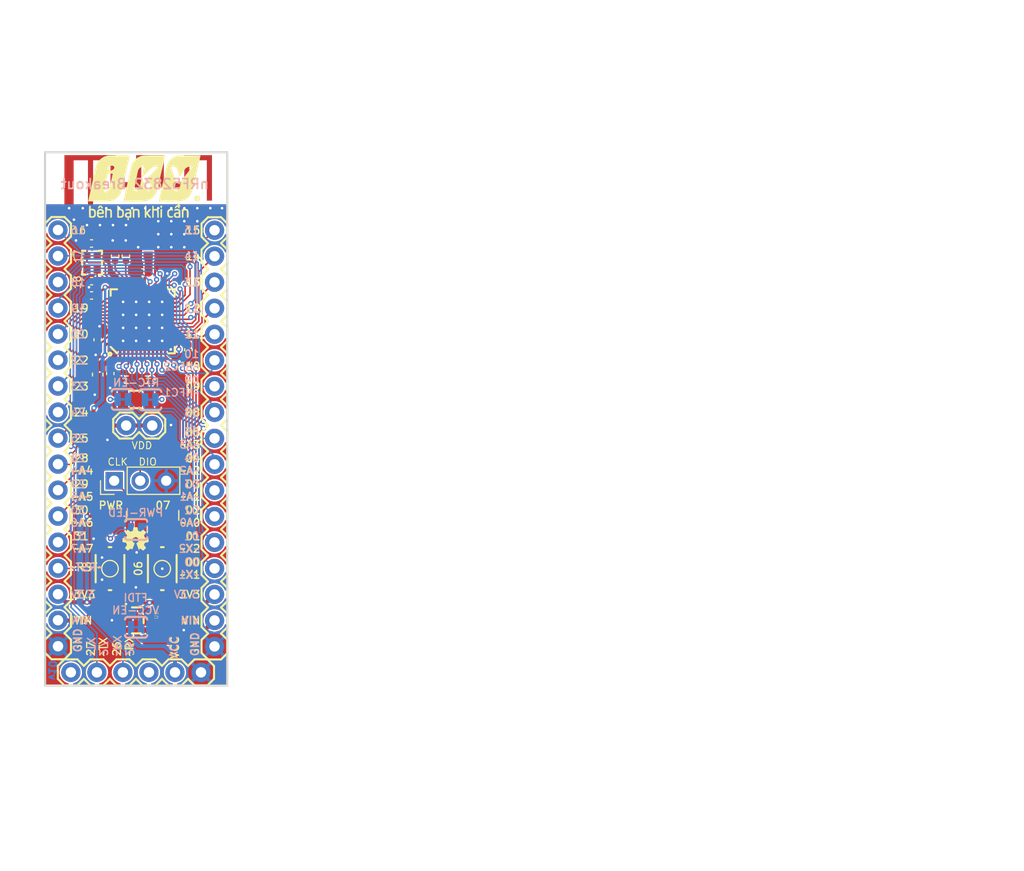
<source format=kicad_pcb>
(kicad_pcb (version 20221018) (generator pcbnew)
  (layers (0 "F.Cu" signal) (31 "B.Cu" signal) (34 "B.Paste" user) (35 "F.Paste" user) (36 "B.SilkS" user "B.Silkscreen") (37 "F.SilkS" user "F.Silkscreen") (38 "B.Mask" user) (39 "F.Mask" user) (44 "Edge.Cuts" user))
  (net 0 "")
  (net 1 "Net-(U2-DEC1)")
  (net 2 "Net-(U2-DEC2)")
  (net 3 "GND")
  (net 4 "Net-(U2-DEC3)")
  (net 5 "Net-(U2-DEC4)")
  (net 6 "VDD")
  (net 7 "Net-(U2-XC1(32MHZ))")
  (net 8 "Net-(U2-XC2(32MHZ))")
  (net 9 "Net-(U2-ANT)")
  (net 10 "Net-(E1-SIGNAL)")
  (net 11 "Net-(Y2-2)")
  (net 12 "Net-(Y2-1)")
  (net 13 "Net-(D1-PadC)")
  (net 14 "Net-(D2-PadA)")
  (net 15 "/P07")
  (net 16 "/P27")
  (net 17 "/P26")
  (net 18 "/P10")
  (net 19 "/P09")
  (net 20 "/~{RESET}")
  (net 21 "/P31")
  (net 22 "/P30")
  (net 23 "/P29")
  (net 24 "/P28")
  (net 25 "/P25")
  (net 26 "/P24")
  (net 27 "/P23")
  (net 28 "/P22")
  (net 29 "/P20")
  (net 30 "/P19")
  (net 31 "/P18")
  (net 32 "/P17")
  (net 33 "/P16")
  (net 34 "/P00")
  (net 35 "/P01")
  (net 36 "/P02")
  (net 37 "/P03")
  (net 38 "/P04")
  (net 39 "/P05")
  (net 40 "/P08")
  (net 41 "/P11")
  (net 42 "/P12")
  (net 43 "VIN")
  (net 44 "/P13")
  (net 45 "/P14")
  (net 46 "/P15")
  (net 47 "/SWDIO")
  (net 48 "/SWDCLK")
  (net 49 "Net-(JP6-Pad2)")
  (net 50 "/P06")
  (net 52 "unconnected-(U2-NC-Pad44)")
  (net 53 "unconnected-(U2-DCC-Pad47)")
  (net 56 "Net-(J1-CTS)")
  (footprint "sparkfun-nrf52832-breakout:0603" (layer "F.Cu") (at 145.95 115.8)
    (fp_text reference "R2" hide)
    (fp_text value "1KOHM-0603-1/10W-1%")
  )
  (footprint "Connector_PinHeader_2.54mm:PinHeader_1x03_P2.54mm_Vertical" (layer "F.Cu") (at 146.355 111.04 90)
    (fp_text reference "J5" hide)
    (fp_text value "CORTEX_DEBUGPTH")
  )
  (footprint "sparkfun-nrf52832-breakout:0603" (layer "F.Cu") (at 151.7 124.65 -90)
    (fp_text reference "C2" hide)
    (fp_text value "2.2UF-0603-10V-20%")
  )
  (footprint "sparkfun-nrf52832-breakout:1X17" (layer "F.Cu") (at 156.15 127.22 90)
    (fp_text reference "J4" hide)
    (fp_text value "CONN_17")
  )
  (footprint "sparkfun-nrf52832-breakout:0402" (layer "F.Cu") (at 149.675 88.5 -90)
    (fp_text reference "L1" hide)
    (fp_text value "INDUCTOR-0402-3.9NH")
  )
  (footprint "sparkfun-nrf52832-breakout:1X06" (layer "F.Cu") (at 142.13 129.75)
    (fp_text reference "J1" hide)
    (fp_text value "ARDUINO_SERIAL_PROGRAMPTH")
  )
  (footprint "sparkfun-nrf52832-breakout:1X02" (layer "F.Cu") (at 150.07 105.65 180)
    (fp_text reference "J2" hide)
    (fp_text value "CONN_02PTH")
  )
  (footprint "Capacitor_SMD:C_0402_1005Metric" (layer "F.Cu") (at 144.15 91.55 180)
    (fp_text reference "C10" hide)
    (fp_text value "6PF-0402-50V-0.5%")
  )
  (footprint "sparkfun-nrf52832-breakout:TRACE_ANTENNA_2.4GHZ_15.2MM" (layer "F.Cu") (at 144.05 84.15)
    (fp_text reference "E1" hide)
    (fp_text value "ANTENNA-GROUNDEDTRACE-15.2MM")
  )
  (footprint "sparkfun-nrf52832-breakout:LED-0603" (layer "F.Cu") (at 145.97 114.52)
    (fp_text reference "D1" hide)
    (fp_text value "RED")
  )
  (footprint "sparkfun-nrf52832-breakout:TACTILE_SWITCH_SMD_4.6X2.8MM" (layer "F.Cu") (at 145.95 119.625 90)
    (fp_text reference "SW1" hide)
    (fp_text value "TACTILE_SWITCH_SMD_4_6X2_8MM")
  )
  (footprint "sparkfun-nrf52832-breakout:LED-0603" (layer "F.Cu") (at 151.075 114.425)
    (fp_text reference "D2" hide)
    (fp_text value "BLUE")
  )
  (footprint "sparkfun-nrf52832-breakout:QFN48-6X6MM" (layer "F.Cu") (at 149.14 95.475 90)
    (fp_text reference "U2" hide)
    (fp_text value "NRF52832")
  )
  (footprint "sparkfun-nrf52832-breakout:OSHW-LOGO-MINI" (layer "F.Cu") (at 148.4384 116.830363)
    (fp_text reference "LOGO1" hide)
    (fp_text value "OSHW-LOGOMINI")
  )
  (footprint "Capacitor_SMD:C_0402_1005Metric" (layer "F.Cu") (at 144.15 87.875 180)
    (fp_text reference "C9" hide)
    (fp_text value "6PF-0402-50V-0.5%")
  )
  (footprint "Capacitor_SMD:C_0603_1608Metric" (layer "F.Cu") (at 144.75 100.675 -90)
    (fp_text reference "C17" hide)
    (fp_text value "4.7UF0603")
  )
  (footprint "sparkfun-nrf52832-breakout:1X17" (layer "F.Cu") (at 140.875 127.2 90)
    (fp_text reference "J3" hide)
    (fp_text value "CONN_17")
  )
  (footprint "Capacitor_SMD:C_0402_1005Metric" (layer "F.Cu") (at 144.75 97.275 -90)
    (fp_text reference "C6" hide)
    (fp_text value "1.0UF-0402-16V-10%")
  )
  (footprint "sparkfun-nrf52832-breakout:SOT23-5" (layer "F.Cu") (at 148.525 124.675 -90)
    (fp_text reference "U1")
    (fp_text value "V_REG_AP2112K-3.3V")
  )
  (footprint "sparkfun-nrf52832-breakout:TACTILE_SWITCH_SMD_4.6X2.8MM" (layer "F.Cu") (at 151.05 119.625 90)
    (fp_text reference "SW2" hide)
    (fp_text value "TACTILE_SWITCH_SMD_4_6X2_8MM")
  )
  (footprint "sparkfun-nrf52832-breakout:0603" (layer "F.Cu") (at 151.075 115.8)
    (fp_text reference "R1" hide)
    (fp_text value "1KOHM-0603-1/10W-1%")
  )
  (footprint "Capacitor_SMD:C_0402_1005Metric" (layer "F.Cu") (at 149.15 90.72)
    (fp_text reference "C11" hide)
    (fp_text value "0.8PF-0402-50V-0.1PF")
  )
  (footprint "sparkfun-nrf52832-breakout:0603" (layer "F.Cu") (at 145.15 124.75 -90)
    (fp_text reference "C1" hide)
    (fp_text value "1.0UF-0603-16V-10%")
  )
  (footprint "Capacitor_SMD:C_0402_1005Metric" (layer "F.Cu") (at 146.45 89.1 -90)
    (fp_text reference "C5" hide)
    (fp_text value "100PF-0402-50V-5%")
  )
  (footprint "Capacitor_SMD:C_0402_1005Metric" (layer "F.Cu") (at 144.15 92.95 180)
    (fp_text reference "C16" hide)
    (fp_text value "0.1UF-0402-16V-10%")
  )
  (footprint "haidv-library:LoGo12mm" (layer "F.Cu") (at 149.25 82.2)
    (fp_text reference "G***" hide)
    (fp_text value "LOGO" hide)
  )
  (footprint "sparkfun-nrf52832-breakout:0402" (layer "F.Cu") (at 149.075 86.575 180)
    (fp_text reference "C12" hide)
    (fp_text value "DNP")
  )
  (footprint "Capacitor_SMD:C_0402_1005Metric" (layer "F.Cu") (at 149.5 101.175)
    (fp_text reference "C14" hide)
    (fp_text value "15PF-0402-50V-5%")
  )
  (footprint "sparkfun-nrf52832-breakout:CRYSTAL-SMD-3.2X1.5MM" (layer "F.Cu") (at 148.475 103.1 180)
    (fp_text reference "Y2" hide)
    (fp_text value "32.768kHz")
  )
  (footprint "Capacitor_SMD:C_0402_1005Metric" (layer "F.Cu") (at 147.5 89.1 -90)
    (fp_text reference "C4" hide)
    (fp_text value "DNP")
  )
  (footprint "Capacitor_SMD:C_0402_1005Metric" (layer "F.Cu") (at 147.625 101.175 180)
    (fp_text reference "C13" hide)
    (fp_text value "15PF-0402-50V-5%")
  )
  (footprint "sparkfun-nrf52832-breakout:CRYSTAL-SMD-2.0X1.6MM" (layer "F.Cu") (at 144.2 89.75 90)
    (fp_text reference "Y1" hide)
    (fp_text value "32MHz")
  )
  (footprint "Capacitor_SMD:C_0402_1005Metric" (layer "F.Cu") (at 145.975 100.575 90)
    (fp_text reference "C3" hide)
    (fp_text value "0.1UF-0402-16V-10%")
  )
  (footprint "Capacitor_SMD:C_0402_1005Metric" (layer "F.Cu") (at 153.6 98.25 -90)
    (fp_text reference "C15" hide)
    (fp_text value "0.1UF-0402-16V-10%")
  )
  (footprint "sparkfun-nrf52832-breakout:CREATIVE_COMMONS" (layer "F.Cu") (at 161.6578 71.2448)
    (fp_text reference "FRAME1" hide)
    (fp_text value "FRAME-LETTER")
  )
  (footprint "sparkfun-nrf52832-breakout:PAD-JUMPER-2-NC_BY_TRACE_YES_SILK" (layer "B.Cu") (at 148.5 125.35)
    (fp_text reference "JP1" hide)
    (fp_text value "JUMPER-PAD-2-NC_BY_TRACE")
  )
  (footprint "sparkfun-nrf52832-breakout:PAD-JUMPER-2-NC_BY_TRACE_YES_SILK" (layer "B.Cu") (at 147.2 103.1)
    (fp_text reference "JP4" hide)
    (fp_text value "JUMPER-PAD-2-NC_BY_TRACE")
  )
  (footprint "sparkfun-nrf52832-breakout:PAD-JUMPER-2-NC_BY_TRACE_YES_SILK" (layer "B.Cu") (at 148.5 115.8 180)
    (fp_text reference "JP6" hide)
    (fp_text value "JUMPER-PAD-2-NC_BY_TRACE")
  )
  (footprint "sparkfun-nrf52832-breakout:PAD-JUMPER-2-NC_BY_TRACE_YES_SILK" (layer "B.Cu") (at 149.875 103.125 180)
    (fp_text reference "JP5" hide)
    (fp_text value "JUMPER-PAD-2-NC_BY_TRACE")
  )
  (gr_line (start 139.6111 131.0386) (end 139.6111 78.9686) (stroke (width 0.2032)) (layer "Edge.Cuts"))
  (gr_line (start 139.6111 78.9686) (end 157.3911 78.9686) (stroke (width 0.2032)) (layer "Edge.Cuts"))
  (gr_line (start 157.3911 78.9686) (end 157.3911 131.0386) (stroke (width 0.2032)) (layer "Edge.Cuts"))
  (gr_line (start 157.3911 131.0386) (end 139.6111 131.0386) (stroke (width 0.2032)) (layer "Edge.Cuts"))
  (gr_text "v10" (at 140.7541 129.54 -90) (layer "B.Cu") (effects (font (size 0.7112 0.7112) (thickness 0.1778)) (justify top mirror)))
  (gr_text "28\n~A4" (at 142.0241 109.4486) (layer "B.SilkS") (effects (font (size 0.75565 0.75565) (thickness 0.13335)) (justify right mirror)))
  (gr_text "10\n~NFC2" (at 154.7241 99.2886) (layer "B.SilkS") (effects (font (size 0.75565 0.75565) (thickness 0.13335)) (justify left mirror)))
  (gr_text "17" (at 142.0241 89.1286) (layer "B.SilkS") (effects (font (size 0.75565 0.75565) (thickness 0.13335)) (justify right mirror)))
  (gr_text "RTC-EN" (at 148.5011 101.9048) (layer "B.SilkS") (effects (font (size 0.75565 0.75565) (thickness 0.13335)) (justify bottom mirror)))
  (gr_text "3.3V" (at 154.7241 122.1486) (layer "B.SilkS") (effects (font (size 0.75565 0.75565) (thickness 0.13335)) (justify left mirror)))
  (gr_text "27\n~TX" (at 144.6911 128.2446 -90) (layer "B.SilkS") (effects (font (size 0.75565 0.75565) (thickness 0.13335)) (justify left mirror)))
  (gr_text "04\n~A2" (at 154.7241 109.4486) (layer "B.SilkS") (effects (font (size 0.75565 0.75565) (thickness 0.13335)) (justify left mirror)))
  (gr_text "01\n~X2" (at 154.7241 117.0686) (layer "B.SilkS") (effects (font (size 0.75565 0.75565) (thickness 0.13335)) (justify left mirror)))
  (gr_text "PWR-LED" (at 148.4503 114.6048) (layer "B.SilkS") (effects (font (size 0.75565 0.75565) (thickness 0.13335)) (justify bottom mirror)))
  (gr_text "13" (at 154.7241 91.6686) (layer "B.SilkS") (effects (font (size 0.75565 0.75565) (thickness 0.13335)) (justify left mirror)))
  (gr_text "08" (at 154.7241 104.3686) (layer "B.SilkS") (effects (font (size 0.75565 0.75565) (thickness 0.13335)) (justify left mirror)))
  (gr_text "22" (at 142.0241 99.2886) (layer "B.SilkS") (effects (font (size 0.75565 0.75565) (thickness 0.13335)) (justify right mirror)))
  (gr_text "GND" (at 142.7734 127.8636 -90) (layer "B.SilkS") (effects (font (size 0.75565 0.75565) (thickness 0.13335)) (justify left mirror)))
  (gr_text "23" (at 142.0241 101.8286) (layer "B.SilkS") (effects (font (size 0.75565 0.75565) (thickness 0.13335)) (justify right mirror)))
  (gr_text "30\n~A6" (at 142.0241 114.5286) (layer "B.SilkS") (effects (font (size 0.75565 0.75565) (thickness 0.13335)) (justify right mirror)))
  (gr_text "GND" (at 154.2034 128.2446 -90) (layer "B.SilkS") (effects (font (size 0.75565 0.75565) (thickness 0.13335)) (justify left mirror)))
  (gr_text "26\n~RX" (at 147.2311 128.2446 -90) (layer "B.SilkS") (effects (font (size 0.75565 0.75565) (thickness 0.13335)) (justify left mirror)))
  (gr_text "24" (at 142.0241 104.3686) (layer "B.SilkS") (effects (font (size 0.75565 0.75565) (thickness 0.13335)) (justify right mirror)))
  (gr_text "02\n~A0" (at 154.7241 114.5286) (layer "B.SilkS") (effects (font (size 0.75565 0.75565) (thickness 0.13335)) (justify left mirror)))
  (gr_text "3.3V" (at 142.0241 122.1486) (layer "B.SilkS") (effects (font (size 0.75565 0.75565) (thickness 0.13335)) (justify right mirror)))
  (gr_text "03\n~A1" (at 154.7241 111.9886) (layer "B.SilkS") (effects (font (size 0.75565 0.75565) (thickness 0.13335)) (justify left mirror)))
  (gr_text "25" (at 142.0241 106.9086) (layer "B.SilkS") (effects (font (size 0.75565 0.75565) (thickness 0.13335)) (justify right mirror)))
  (gr_text "19" (at 142.0241 94.2086) (layer "B.SilkS") (effects (font (size 0.75565 0.75565) (thickness 0.13335)) (justify right mirror)))
  (gr_text "29\n~A5" (at 142.0241 111.9886) (layer "B.SilkS") (effects (font (size 0.75565 0.75565) (thickness 0.13335)) (justify right mirror)))
  (gr_text "VIN" (at 154.7241 124.6886) (layer "B.SilkS") (effects (font (size 0.75565 0.75565) (thickness 0.13335)) (justify left mirror)))
  (gr_text "31\n~A7" (at 142.0241 117.0686) (layer "B.SilkS") (effects (font (size 0.75565 0.75565) (thickness 0.13335)) (justify right mirror)))
  (gr_text "FTDI\nVCC-EN" (at 148.4503 124.1298) (layer "B.SilkS") (effects (font (size 0.75565 0.75565) (thickness 0.13335)) (justify bottom mirror)))
  (gr_text "12" (at 154.7241 94.2086) (layer "B.SilkS") (effects (font (size 0.75565 0.75565) (thickness 0.13335)) (justify left mirror)))
  (gr_text "00\n~X1" (at 154.7241 119.6086) (layer "B.SilkS") (effects (font (size 0.75565 0.75565) (thickness 0.13335)) (justify left mirror)))
  (gr_text "20" (at 142.0241 96.7486) (layer "B.SilkS") (effects (font (size 0.75565 0.75565) (thickness 0.13335)) (justify right mirror)))
  (gr_text "15" (at 154.7241 86.5886) (layer "B.SilkS") (effects (font (size 0.75565 0.75565) (thickness 0.13335)) (justify left mirror)))
  (gr_text "18" (at 142.0241 91.6686) (layer "B.SilkS") (effects (font (size 0.75565 0.75565) (thickness 0.13335)) (justify right mirror)))
  (gr_text "VCC" (at 152.1 128.45 270) (layer "B.SilkS") (effects (font (size 0.75565 0.75565) (thickness 0.13335)) (justify left mirror)))
  (gr_text "09\n~NFC1" (at 154.7241 101.8286) (layer "B.SilkS") (effects (font (size 0.75565 0.75565) (thickness 0.13335)) (justify left mirror)))
  (gr_text "~RST~" (at 141.95 119.5) (layer "B.SilkS") (effects (font (size 0.75565 0.75565) (thickness 0.13335)) (justify right mirror)))
  (gr_text "11" (at 154.7241 96.7486) (layer "B.SilkS") (effects (font (size 0.75565 0.75565) (thickness 0.13335)) (justify left mirror)))
  (gr_text "05\n~A3" (at 154.7241 106.9086) (layer "B.SilkS") (effects (font (size 0.75565 0.75565) (thickness 0.13335)) (justify left mirror)))
  (gr_text "14" (at 154.7241 89.1286) (layer "B.SilkS") (effects (font (size 0.75565 0.75565) (thickness 0.13335)) (justify left mirror)))
  (gr_text "VIN" (at 142.0241 124.6886) (layer "B.SilkS") (effects (font (size 0.75565 0.75565) (thickness 0.13335)) (justify right mirror)))
  (gr_text "16" (at 142.0241 86.5886) (layer "B.SilkS") (effects (font (size 0.75565 0.75565) (thickness 0.13335)) (justify right mirror)))
  (gr_text "nRF52832 Breakout" (at 148.3741 81.5) (layer "B.SilkS") (effects (font (size 0.97155 0.97155) (thickness 0.17145)) (justify top mirror)))
  (gr_text "VIN" (at 142.3289 124.6886) (layer "F.SilkS") (effects (font (size 0.75565 0.75565) (thickness 0.13335)) (justify left)))
  (gr_text "25" (at 142.3289 106.9086) (layer "F.SilkS") (effects (font (size 0.75565 0.75565) (thickness 0.13335)) (justify left)))
  (gr_text "31\n~A7" (at 142.3289 117.0686) (layer "F.SilkS") (effects (font (size 0.75565 0.75565) (thickness 0.13335)) (justify left)))
  (gr_text "04\n~A2" (at 154.8511 109.4486) (layer "F.SilkS") (effects (font (size 0.75565 0.75565) (thickness 0.13335)) (justify right)))
  (gr_text "VCC" (at 152.29 128.48 90) (layer "F.SilkS") (effects (font (size 0.75565 0.75565) (thickness 0.13335)) (justify left)))
  (gr_text "23" (at 142.3289 101.8286) (layer "F.SilkS") (effects (font (size 0.75565 0.75565) (thickness 0.13335)) (justify left)))
  (gr_text "CLK  DIO" (at 145.65 109.2) (layer "F.SilkS") (effects (font (size 0.7 0.7) (thickness 0.1)) (justify left)))
  (gr_text "16" (at 142.2 86.5886) (layer "F.SilkS") (effects (font (size 0.7 0.7) (thickness 0.1)) (justify left)))
  (gr_text "05\n~A3" (at 154.8511 106.9086) (layer "F.SilkS") (effects (font (size 0.75565 0.75565) (thickness 0.13335)) (justify right)))
  (gr_text "3V3" (at 154.8511 122.1486) (layer "F.SilkS") (effects (font (size 0.75565 0.75565) (thickness 0.13335)) (justify right)))
  (gr_text "24" (at 142.3289 104.3686) (layer "F.SilkS") (effects (font (size 0.75565 0.75565) (thickness 0.13335)) (justify left)))
  (gr_text "22" (at 142.3289 99.2886) (layer "F.SilkS") (effects (font (size 0.75565 0.75565) (thickness 0.13335)) (justify left)))
  (gr_text "07" (at 151.1173 113.8936) (layer "F.SilkS") (effects (font (size 0.75565 0.75565) (thickness 0.13335)) (justify bottom)))
  (gr_text "06" (at 149.16 119.61 90) (layer "F.SilkS") (effects (font (size 0.75565 0.75565) (thickness 0.13335)) (justify bottom)))
  (gr_text "VDD" (at 148 107.6) (layer "F.SilkS") (effects (font (size 0.7 0.7) (thickness 0.1)) (justify left)))
  (gr_text "PWR" (at 146.0373 113.8936) (layer "F.SilkS") (effects (font (size 0.75565 0.75565) (thickness 0.13335)) (justify bottom)))
  (gr_text "14" (at 154.8511 89.1286) (layer "F.SilkS") (effects (font (size 0.75565 0.75565) (thickness 0.13335)) (justify right)))
  (gr_text "GND" (at 142.7988 127.8636 90) (layer "F.SilkS") (effects (font (size 0.75565 0.75565) (thickness 0.13335)) (justify left)))
  (gr_text "11" (at 154.8511 96.6724) (layer "F.SilkS") (effects (font (size 0.75565 0.75565) (thickness 0.13335)) (justify right)))
  (gr_text "29\n~A5" (at 142.3289 111.9886) (layer "F.SilkS") (effects (font (size 0.75565 0.75565) (thickness 0.13335)) (justify left)))
  (gr_text "17" (at 142.4 89.1286 90) (layer "F.SilkS") (effects (font (size 0.7 0.7) (thickness 0.1)) (justify top)))
  (gr_text "27\n~TX" (at 144.6911 128.2446 90) (layer "F.SilkS") (effects (font (size 0.75565 0.75565) (thickness 0.13335)) (justify left)))
  (gr_text "VIN" (at 154.8511 124.6886) (layer "F.SilkS") (effects (font (size 0.75565 0.75565) (thickness 0.13335)) (justify right)))
  (gr_text "00\n~X1" (at 154.8511 119.6086) (layer "F.SilkS") (effects (font (size 0.75565 0.75565) (thickness 0.13335)) (justify right)))
  (gr_text "08" (at 154.8511 104.3686) (layer "F.SilkS") (effects (font (size 0.75565 0.75565) (thickness 0.13335)) (justify right)))
  (gr_text "20" (at 142.3289 96.7486) (layer "F.SilkS") (effects (font (size 0.75565 0.75565) (thickness 0.13335)) (justify left)))
  (gr_text "~RST~" (at 142.05 119.48) (layer "F.SilkS") (effects (font (size 0.75565 0.75565) (thickness 0.13335)) (justify left)))
  (gr_text "12" (at 154.8511 94.2086) (layer "F.SilkS") (effects (font (size 0.75565 0.75565) (thickness 0.13335)) (justify right)))
  (gr_text "28\n~A4" (at 142.3289 109.4486) (layer "F.SilkS") (effects (font (size 0.75565 0.75565) (thickness 0.13335)) (justify left)))
  (gr_text "15" (at 154.8511 86.5886) (layer "F.SilkS") (effects (font (size 0.75565 0.75565) (thickness 0.13335)) (justify right)))
  (gr_text "GND" (at 154.2288 128.2446 90) (layer "F.SilkS") (effects (font (size 0.75565 0.75565) (thickness 0.13335)) (justify left)))
  (gr_text "18" (at 142.35 91.6686 90) (layer "F.SilkS") (effects (font (size 0.7 0.7) (thickness 0.1)) (justify top)))
  (gr_text "02\n~A0" (at 154.8511 114.5286) (layer "F.SilkS") (effects (font (size 0.75565 0.75565) (thickness 0.13335)) (justify right)))
  (gr_text "13" (at 154.8511 91.6686) (layer "F.SilkS") (effects (font (size 0.75565 0.75565) (thickness 0.13335)) (justify right)))
  (gr_text "3V3" (at 142.3289 122.1486) (layer "F.SilkS") (effects (font (size 0.75565 0.75565) (thickness 0.13335)) (justify left)))
  (gr_text "09" (at 154.8511 101.8286) (layer "F.SilkS") (effects (font (size 0.75565 0.75565) (thickness 0.13335)) (justify right)))
  (gr_text "26\n~RX" (at 147.2311 128.2446 90) (layer "F.SilkS") (effects (font (size 0.75565 0.75565) (thickness 0.13335)) (justify left)))
  (gr_text "19" (at 142.3289 94.2086) (layer "F.SilkS") (effects (font (size 0.75565 0.75565) (thickness 0.13335)) (justify left)))
  (gr_text "30\n~A6" (at 142.3289 114.5286) (layer "F.SilkS") (effects (font (size 0.75565 0.75565) (thickness 0.13335)) (justify left)))
  (gr_text "01\n~X2" (at 154.8511 117.0686) (layer "F.SilkS") (effects (font (size 0.75565 0.75565) (thickness 0.13335)) (justify right)))
  (gr_text "10" (at 154.8511 99.8474) (layer "F.SilkS") (effects (font (size 0.75565 0.75565) (thickness 0.13335)) (justify right)))
  (gr_text "03\n~A1" (at 154.8511 111.9886) (layer "F.SilkS") (effects (font (size 0.75565 0.75565) (thickness 0.13335)) (justify right)))
  (segment (start 146.9361 98.3386) (end 146.9361 99.0036) (width 0.2286) (layer "F.Cu") (net 1))
  (segment (start 146.9361 99.0036) (end 145.9611 99.9786) (width 0.2286) (layer "F.Cu") (net 1))
  (segment (start 147.4851 90.9828) (end 148.5361 92.0338) (width 0.1524) (layer "F.Cu") (net 2))
  (segment (start 148.5361 92.6186) (end 148.5361 92.0338) (width 0.1524) (layer "F.Cu") (net 2))
  (segment (start 147.4851 89.7086) (end 147.4851 90.9828) (width 0.1524) (layer "F.Cu") (net 2))
  (segment (start 145.0161 96.4786) (end 144.6911 96.8036) (width 0.2286) (layer "F.Cu") (net 3))
  (segment (start 148.94 91.09) (end 148.57 90.72) (width 0.25) (layer "F.Cu") (net 3))
  (segment (start 143.4761 92.9386) (end 143.4211 92.9386) (width 0.2286) (layer "F.Cu") (net 3))
  (segment (start 148.9361 95.2786) (end 148.5011 94.8436) (width 0.1524) (layer "F.Cu") (net 3))
  (segment (start 148.9361 92.6186) (end 148.9361 95.2786) (width 0.2286) (layer "F.Cu") (net 3))
  (segment (start 148.9361 95.2786) (end 149.1361 95.4786) (width 0.2286) (layer "F.Cu") (net 3))
  (segment (start 148.94 92.615) (end 148.94 91.09) (width 0.25) (layer "F.Cu") (net 3))
  (segment (start 146.2761 96.4786) (end 145.0161 96.4786) (width 0.2286) (layer "F.Cu") (net 3))
  (via (at 145.1737 118.5418) (size 0.508) (drill 0.254) (layers "F.Cu" "B.Cu") (net 3))
  (via (at 146.8501 84.4296) (size 0.508) (drill 0.254) (layers "F.Cu" "B.Cu") (net 3))
  (via (at 148.1201 84.4296) (size 0.508) (drill 0.254) (layers "F.Cu" "B.Cu") (net 3))
  (via (at 147.2311 93.5736) (size 0.508) (drill 0.254) (layers "F.Cu" "B.Cu") (net 3))
  (via (at 144.9705 86.0806) (size 0.508) (drill 0.254) (layers "F.Cu" "B.Cu") (net 3))
  (via (at 151.9301 86.9696) (size 0.508) (drill 0.254) (layers "F.Cu" "B.Cu") (net 3))
  (via (at 145.5801 84.4296) (size 0.508) (drill 0.254) (layers "F.Cu" "B.Cu") (net 3))
  (via (at 146.2405 86.0806) (size 0.508) (drill 0.254) (layers "F.Cu" "B.Cu") (net 3))
  (via (at 153.15 125.625) (size 0.508) (drill 0.254) (layers "F.Cu" "B.Cu") (net 3))
  (via (at 156.8831 84.4296) (size 0.508) (drill 0.254) (layers "F.Cu" "B.Cu") (net 3))
  (via (at 148.5011 97.3836) (size 0.508) (drill 0.254) (layers "F.Cu" "B.Cu") (net 3))
  (via (at 151.9301 88.2396) (size 0.508) (drill 0.254) (layers "F.Cu" "B.Cu") (net 3))
  (via (at 151.9301 84.4296) (size 0.508) (drill 0.254) (layers "F.Cu" "B.Cu") (net 3))
  (via (at 148.5011 96.1136) (size 0.508) (drill 0.254) (layers "F.Cu" "B.Cu") (net 3))
  (via (at 153.2001 86.9696) (size 0.508) (drill 0.254) (layers "F.Cu" "B.Cu") (net 3))
  (via (at 151.9 105.6) (size 0.508) (drill 0.254) (layers "F.Cu" "B.Cu") (net 3))
  (via (at 154.4701 84.4296) (size 0.508) (drill 0.254) (layers "F.Cu" "B.Cu") (net 3))
  (via (at 142.6337 87.5792) (size 0.508) (drill 0.254) (layers "F.Cu" "B.Cu") (net 3))
  (via (at 148.5011 94.8436) (size 0.508) (drill 0.254) (layers "F.Cu" "B.Cu") (net 3))
  (via (at 143.9 92.15) (size 0.508) (drill 0.254) (layers "F.Cu" "B.Cu") (net 3))
  (via (at 146.1389 124.6632) (size 0.508) (drill 0.254) (layers "F.Cu" "B.Cu") (net 3))
  (via (at 151.8793 98.2176) (size 0.508) (drill 0.254) (layers "F.Cu" "B.Cu") (net 3))
  (via (at 151.5364 90.805) (size 0.508) (drill 0.254) (layers "F.Cu" "B.Cu") (net 3))
  (via (at 149.7711 93.5736) (size 0.508) (drill 0.254) (layers "F.Cu" "B.Cu") (net 3))
  (via (at 149.3901 84.4296) (size 0.508) (drill 0.254) (layers "F.Cu" "B.Cu") (net 3))
  (via (at 149.7711 96.1136) (size 0.508) (drill 0.254) (layers "F.Cu" "B.Cu") (net 3))
  (via (at 145.9611 101.981) (size 0.508) (drill 0.254) (layers "F.Cu" "B.Cu") (net 3))
  (via (at 144.4625 102.6414) (size 0.508) (drill 0.254) (layers "F.Cu" "B.Cu") (net 3))
  (via (at 148.475 121.45) (size 0.508) (drill 0.254) (layers "F.Cu" "B.Cu") (net 3))
  (via (at 147.2311 94.8436) (size 0.508) (drill 0.254) (layers "F.Cu" "B.Cu") (net 3))
  (via (at 150.6601 84.4296) (size 0.508) (drill 0.254) (layers "F.Cu" "B.Cu") (net 3))
  (via (at 144.3482 116.7003) (size 0.508) (drill 0.254) (layers "F.Cu" "B.Cu") (net 3))
  (via (at 146.2151 87.5792) (size 0.508) (drill 0.254) (layers "F.Cu" "B.Cu") (net 3))
  (via (at 147.4851 87.5792) (size 0.508) (drill 0.254) (layers "F.Cu" "B.Cu") (net 3))
  (via (at 155.7401 84.4296) (size 0.508) (drill 0.254) (layers "F.Cu" "B.Cu") (net 3))
  (via (at 147.5105 86.0806) (size 0.508) (drill 0.254) (layers "F.Cu" "B.Cu") (net 3))
  (via (at 151.0411 93.5736) (size 0.508) (drill 0.254) (layers "F.Cu" "B.Cu") (net 3))
  (via (at 153.2001 88.2396) (size 0.508) (drill 0.254) (layers "F.Cu" "B.Cu") (net 3))
  (via (at 148.7 88.2396) (size 0.508) (drill 0.254) (layers "F.Cu" "B.Cu") (net 3))
  (via (at 151.0411 96.1136) (size 0.508) (drill 0.254) (layers "F.Cu" "B.Cu") (net 3))
  (via (at 147.2311 96.1136) (size 0.508) (drill 0.254) (layers "F.Cu" "B.Cu") (net 3))
  (via (at 141.9606 84.4296) (size 0.508) (drill 0.254) (layers "F.Cu" "B.Cu") (net 3))
  (via (at 147.2311 97.3836) (size 0.508) (drill 0.254) (layers "F.Cu" "B.Cu") (net 3))
  (via (at 145.7 107.05) (size 0.508) (drill 0.254) (layers "F.Cu" "B.Cu") (net 3))
  (via (at 153.2001 84.4296) (size 0.508) (drill 0.254) (layers "F.Cu" "B.Cu") (net 3))
  (via (at 153.2001 85.6996) (size 0.508) (drill 0.254) (layers "F.Cu" "B.Cu") (net 3))
  (via (at 150.6601 85.6996) (size 0.508) (drill 0.254) (layers "F.Cu" "B.Cu") (net 3))
  (via (at 142.4305 85.55) (size 0.508) (drill 0.254) (layers "F.Cu" "B.Cu") (net 3))
  (via (at 148.5519 118.0338) (size 0.508) (drill 0.254) (layers "F.Cu" "B.Cu") (net 3))
  (via (at 143.7005 86.0806) (size 0.508) (drill 0.254) (layers "F.Cu" "B.Cu") (net 3))
  (via (at 143.2941 84.4296) (size 0.508) (drill 0.254) (layers "F.Cu" "B.Cu") (net 3))
  (via (at 151.0411 94.8436) (size 0.508) (drill 0.254) (layers "F.Cu" "B.Cu") (net 3))
  (via (at 145.1737 120.7008) (size 0.508) (drill 0.254) (layers "F.Cu" "B.Cu") (net 3))
  (via (at 150.6601 86.9696) (size 0.508) (drill 0.254) (layers "F.Cu" "B.Cu") (net 3))
  (via (at 152.7175 99.386) (size 0.508) (drill 0.254) (layers "F.Cu" "B.Cu") (net 3))
  (via (at 149.7711 97.3836) (size 0.508) (drill 0.254) (layers "F.Cu" "B.Cu") (net 3))
  (via (at 148.5011 93.5736) (size 0.508) (drill 0.254) (layers "F.Cu" "B.Cu") (net 3))
  (via (at 151.9301 85.6996) (size 0.508) (drill 0.254) (layers "F.Cu" "B.Cu") (net 3))
  (via (at 154.4701 85.6996) (size 0.508) (drill 0.254) (layers "F.Cu" "B.Cu") (net 3))
  (via (at 151.05 119.625) (size 0.508) (drill 0.254) (layers "F.Cu" "B.Cu") (net 3))
  (via (at 144.55 98.75) (size 0.508) (drill 0.254) (layers "F.Cu" "B.Cu") (net 3))
  (via (at 151.0411 97.3836) (size 0.508) (drill 0.254) (layers "F.Cu" "B.Cu") (net 3))
  (via (at 150.6601 88.2396) (size 0.508) (drill 0.254) (layers "F.Cu" "B.Cu") (net 3))
  (via (at 144.9239 95.9612) (size 0.508) (drill 0.254) (layers "F.Cu" "B.Cu") (net 3))
  (via (at 149.7711 94.8436) (size 0.508) (drill 0.254) (layers "F.Cu" "B.Cu") (net 3))
  (segment (start 146.45 89.58) (end 146.45 90.3795) (width 0.154) (layer "F.Cu") (net 4))
  (segment (start 148.1361 92.6186) (end 148.1361 92.0656) (width 0.1524) (layer "F.Cu") (net 4))
  (segment (start 147.2565 91.186) (end 148.1361 92.0656) (width 0.1524) (layer "F.Cu") (net 4))
  (segment (start 146.45 90.3795) (end 147.2565 91.186) (width 0.154) (layer "F.Cu") (net 4))
  (segment (start 144.6911 97.9636) (end 144.7461 97.9636) (width 0.1524) (layer "F.Cu") (net 5))
  (segment (start 145.8311 96.8786) (end 146.2761 96.8786) (width 0.1524) (layer "F.Cu") (net 5))
  (segment (start 144.7461 97.9636) (end 145.8311 96.8786) (width 0.1524) (layer "F.Cu") (net 5))
  (segment (start 150.8106 122.9106) (end 151.76 123.86) (width 0.4064) (layer "F.Cu") (net 6))
  (segment (start 152.6667 98.1964) (end 152.6667 97.6786) (width 0.2286) (layer "F.Cu") (net 6))
  (segment (start 151.9961 97.6786) (end 152.6667 97.6786) (width 0.2286) (layer "F.Cu") (net 6))
  (segment (start 144.6911 99.7086) (end 145.4531 98.9466) (width 0.2286) (layer "F.Cu") (net 6))
  (segment (start 143.7005 122.9106) (end 147.4 122.9106) (width 0.4064) (layer "F.Cu") (net 6))
  (segment (start 150.89845 116.79125) (end 151.8911 115.7986) (width 0.1524) (layer "F.Cu") (net 6))
  (segment (start 152.6667 97.6786) (end 153.5671 97.6786) (width 0.2286) (layer "F.Cu") (net 6))
  (segment (start 146.9361 92.2372) (end 146.8501 92.1512) (width 0.2286) (layer "F.Cu") (net 6))
  (segment (start 145.4531 98.9466) (end 145.4531 98.7806) (width 0.2286) (layer "F.Cu") (net 6))
  (segment (start 143.7005 114.5286) (end 143.7005 113.2586) (width 0.4064) (layer "F.Cu") (net 6))
  (segment (start 146.8501 92.1512) (end 145.4785 92.1512) (width 0.2286) (layer "F.Cu") (net 6))
  (segment (start 154.4097 123.86) (end 156.1211 122.1486) (width 0.4064) (layer "F.Cu") (net 6))
  (segment (start 140.8811 122.1486) (end 141.6431 122.9106) (width 0.4064) (layer "F.Cu") (net 6))
  (segment (start 149.8251 123.725) (end 151.625 123.725) (width 0.4) (layer "F.Cu") (net 6))
  (segment (start 144.6361 92.9386) (end 144.6911 92.9386) (width 0.2286) (layer "F.Cu") (net 6))
  (segment (start 151.76 123.86) (end 154.4097 123.86) (width 0.4064) (layer "F.Cu") (net 6))
  (segment (start 153.5671 97.6786) (end 153.5811 97.6926) (width 0.2286) (layer "F.Cu") (net 6))
  (segment (start 144.3355 105.55) (end 144.3355 103.9876) (width 0.4064) (layer "F.Cu") (net 6))
  (segment (start 147.53 105.65) (end 150.07 105.65) (width 0.4064) (layer "F.Cu") (net 6))
  (segment (start 144.3355 112.1156) (end 144.3355 105.55) (width 0.4064) (layer "F.Cu") (net 6))
  (segment (start 149.4409 122.9106) (end 150.8106 122.9106) (width 0.4064) (layer "F.Cu") (net 6))
  (segment (start 146.9361 92.6186) (end 146.9361 92.2372) (width 0.2286) (layer "F.Cu") (net 6))
  (segment (start 145.6661 97.6786) (end 145.4531 97.8916) (width 0.2286) (layer "F.Cu") (net 6))
  (segment (start 149.59125 116.79125) (end 150.89845 116.79125) (width 0.1524) (layer "F.Cu") (net 6))
  (segment (start 146.2761 97.6786) (end 145.6661 97.6786) (width 0.2286) (layer "F.Cu") (net 6))
  (segment (start 143.7005 113.2586) (end 144.3355 112.6236) (width 0.4064) (layer "F.Cu") (net 6))
  (segment (start 145.4531 97.8916) (end 145.4531 98.7806) (width 0.2286) (layer "F.Cu") (net 6))
  (segment (start 144.4355 105.65) (end 147.53 105.65) (width 0.4064) (layer "F.Cu") (net 6))
  (segment (start 149.4409 122.9106) (end 149.4409 116.9416) (width 0.1524) (layer "F.Cu") (net 6))
  (segment (start 144.3355 103.9876) (end 144.3863 103.9368) (width 0.4064) (layer "F.Cu") (net 6))
  (segment (start 147.4 122.9106) (end 149.4409 122.9106) (width 0.4064) (layer "F.Cu") (net 6))
  (segment (start 143.7005 114.5286) (end 145.0841 114.5286) (width 0.4064) (layer "F.Cu") (net 6))
  (segment (start 144.3355 112.6236) (end 144.3355 112.1156) (width 0.4064) (layer "F.Cu") (net 6))
  (segment (start 143.7005 122.9106) (end 141.6431 122.9106) (width 0.4064) (layer "F.Cu") (net 6))
  (segment (start 144.3355 105.55) (end 144.4355 105.65) (width 0.4064) (layer "F.Cu") (net 6))
  (segment (start 151.625 123.725) (end 151.7 123.8) (width 0.4) (layer "F.Cu") (net 6))
  (segment (start 149.4409 116.9416) (end 149.59125 116.79125) (width 0.1524) (layer "F.Cu") (net 6))
  (segment (start 144.6911 92.9386) (end 145.4785 92.1512) (width 0.2286) (layer "F.Cu") (net 6))
  (via (at 143.7005 122.9106) (size 0.508) (drill 0.254) (layers "F.Cu" "B.Cu") (net 6))
  (via (at 144.3863 103.9368) (size 0.508) (drill 0.254) (layers "F.Cu" "B.Cu") (net 6))
  (via (at 143.7005 114.5286) (size 0.508) (drill 0.254) (layers "F.Cu" "B.Cu") (net 6))
  (via (at 145.4531 98.7806) (size 0.508) (drill 0.254) (layers "F.Cu" "B.Cu") (net 6))
  (via (at 145.4785 92.1512) (size 0.508) (drill 0.254) (layers "F.Cu" "B.Cu") (net 6))
  (via (at 149.8 122.95) (size 0.508) (drill 0.254) (layers "F.Cu" "B.Cu") (net 6))
  (via (at 152.6667 98.1964) (size 0.508) (drill 0.254) (layers "F.Cu" "B.Cu") (net 6))
  (segment (start 148.9 125.3436) (end 148.9064 125.35) (width 0.4) (layer "B.Cu") (net 6))
  (segment (start 149.8 122.95) (end 148.9 123.85) (width 0.4) (layer "B.Cu") (net 6))
  (segment (start 145.2245 103.0986) (end 144.3863 103.9368) (width 0.4064) (layer "B.Cu") (net 6))
  (segment (start 145.4785 98.7552) (end 145.5801 98.6536) (width 0.2286) (layer "B.Cu") (net 6))
  (segment (start 145.2245 99.0092) (end 145.2245 103.0986) (width 0.4064) (layer "B.Cu") (net 6))
  (segment (start 145.4531 98.7806) (end 145.4531 94.5642) (width 0.2286) (layer "B.Cu") (net 6))
  (segment (start 143.7005 114.5286) (end 143.7005 122.9106) (width 0.4064) (layer "B.Cu") (net 6))
  (segment (start 152.4635 98.9076) (end 152.6667 98.7044) (width 0.2286) (layer "B.Cu") (net 6))
  (segment (start 145.4531 94.5642) (end 145.4785 94.5388) (width 0.2286) (layer "B.Cu") (net 6))
  (segment (start 152.6667 98.1964) (end 152.6667 98.7044) (width 0.2286) (layer "B.Cu") (net 6))
  (segment (start 148.9 123.85) (end 148.9 125.3436) (width 0.4) (layer "B.Cu") (net 6))
  (segment (start 145.5801 98.6536) (end 151.5491 98.6536) (width 0.2286) (layer "B.Cu") (net 6))
  (segment (start 145.4785 98.7552) (end 145.2245 99.0092) (width 0.4064) (layer "B.Cu") (net 6))
  (segment (start 145.4531 98.7806) (end 145.4785 98.7552) (width 0.2286) (layer "B.Cu") (net 6))
  (segment (start 151.8031 98.9076) (end 151.5491 98.6536) (width 0.2286) (layer "B.Cu") (net 6))
  (segment (start 151.8031 98.9076) (end 152.4635 98.9076) (width 0.2286) (layer "B.Cu") (net 6))
  (segment (start 145.4785 94.5388) (end 145.4785 92.1512) (width 0.2286) (layer "B.Cu") (net 6))
  (segment (start 147.7361 92.0974) (end 147.7361 92.6186) (width 0.1524) (layer "F.Cu") (net 7))
  (segment (start 144.75 89.7636) (end 143.8612 89.7636) (width 0.1524) (layer "F.Cu") (net 7))
  (segment (start 145.5 90.9281) (end 146.0627 91.4908) (width 0.1524) (layer "F.Cu") (net 7))
  (segment (start 144.75 89.7636) (end 145.2636 89.7636) (width 0.1524) (layer "F.Cu") (net 7))
  (segment (start 143.7 89.075) (end 143.7 87.905) (width 0.1524) (layer "F.Cu") (net 7))
  (segment (start 145.5 90) (end 145.5 90.9281) (width 0.1524) (layer "F.Cu") (net 7))
  (segment (start 143.7 87.905) (end 143.67 87.875) (width 0.1524) (layer "F.Cu") (net 7))
  (segment (start 145.2636 89.7636) (end 145.5 90) (width 0.1524) (layer "F.Cu") (net 7))
  (segment (start 143.8612 89.7636) (end 143.7 89.6024) (width 0.1524) (layer "F.Cu") (net 7))
  (segment (start 143.7 89.6024) (end 143.7 89.075) (width 0.1524) (layer "F.Cu") (net 7))
  (segment (start 146.0627 91.4908) (end 147.1295 91.4908) (width 0.1524) (layer "F.Cu") (net 7))
  (segment (start 147.1295 91.4908) (end 147.7361 92.0974) (width 0.1524) (layer "F.Cu") (net 7))
  (segment (start 147.0025 91.7956) (end 145.9131 91.7956) (width 0.1524) (layer "F.Cu") (net 8))
  (segment (start 147.3361 92.1292) (end 147.0025 91.7956) (width 0.1524) (layer "F.Cu") (net 8))
  (segment (start 144.7 91.48) (end 144.63 91.55) (width 0.154) (layer "F.Cu") (net 8))
  (segment (start 144.6361 91.567) (end 144.5561 91.567) (width 0.1524) (layer "F.Cu") (net 8))
  (segment (start 144.7 90.425) (end 144.7 91.48) (width 0.154) (layer "F.Cu") (net 8))
  (segment (start 145.9131 91.7956) (end 144.5561 90.4386) (width 0.1524) (layer "F.Cu") (net 8))
  (segment (start 147.3361 92.6186) (end 147.3361 92.1292) (width 0.1524) (layer "F.Cu") (net 8))
  (segment (start 149.3361 92.6186) (end 149.3361 91.1088) (width 0.2286) (layer "F.Cu") (net 9))
  (segment (start 149.3361 91.1088) (end 149.7161 90.7288) (width 0.2286) (layer "F.Cu") (net 9))
  (segment (start 149.7161 90.7288) (end 149.7161 89.0736) (width 0.762) (layer "F.Cu") (net 9))
  (segment (start 149.200893 85.492355) (end 149.022647 85.39708) (width 0.7112) (layer "F.Cu") (net 10))
  (segment (start 144.0561 84.8106) (end 144.0561 84.8106) (width 0.7112) (layer "F.Cu") (net 10))
  (segment (start 149.63929 86.148462) (end 149.58062 85.955053) (width 0.7112) (layer "F.Cu") (net 10))
  (segment (start 144.07341 84.94208) (end 144.124159 85.0646) (width 0.7112) (layer "F.Cu") (net 10))
  (segment (start 149.7161 87.9136) (end 149.7161 86.5886) (width 0.762) (layer "F.Cu") (net 10))
  (segment (start 149.485345 85.776807) (end 149.357127 85.620573) (width 0.7112) (layer "F.Cu") (net 10))
  (segment (start 144.3101 85.250541) (end 144.43262 85.30129) (width 0.7112) (layer "F.Cu") (net 10))
  (segment (start 149.6591 86.5886) (end 149.6591 86.3496) (width 0.7112) (layer "F.Cu") (net 10))
  (segment (start 144.43262 85.30129) (end 144.5641 85.3186) (width 0.7112) (layer "F.Cu") (net 10))
  (segment (start 149.7161 86.5886) (end 149.6591 86.5886) (width 0.7112) (layer "F.Cu") (net 10))
  (segment (start 149.6591 86.3496) (end 149.6591 86.3496) (width 0.7112) (layer "F.Cu") (net 10))
  (segment (start 149.022647 85.39708) (end 148.6281 85.3186) (width 0.7112) (layer "F.Cu") (net 10))
  (segment (start 144.5641 85.3186) (end 148.6281 85.3186) (width 0.7112) (layer "F.Cu") (net 10))
  (segment (start 149.58062 85.955053) (end 149.485345 85.776807) (width 0.7112) (layer "F.Cu") (net 10))
  (segment (start 149.357127 85.620573) (end 149.200893 85.492355) (width 0.7112) (layer "F.Cu") (net 10))
  (segment (start 144.0561 84.2986) (end 144.0561 84.8106) (width 0.508) (layer "F.Cu") (net 10))
  (segment (start 144.124159 85.0646) (end 144.20489 85.16981) (width 0.7112) (layer "F.Cu") (net 10))
  (segment (start 149.6591 86.3496) (end 149.63929 86.148462) (width 0.7112) (layer "F.Cu") (net 10))
  (segment (start 144.20489 85.16981) (end 144.3101 85.250541) (width 0.7112) (layer "F.Cu") (net 10))
  (segment (start 144.0561 84.8106) (end 144.07341 84.94208) (width 0.7112) (layer "F.Cu") (net 10))
  (segment (start 147.1591 103.0066) (end 147.2511 103.0986) (width 0.1524) (layer "F.Cu") (net 11))
  (segment (start 147.1591 101.1936) (end 147.1591 103.0066) (width 0.1524) (layer "F.Cu") (net 11))
  (segment (start 145.9865 103.0986) (end 147.2511 103.0986) (width 0.1524) (layer "F.Cu") (net 11))
  (via (at 145.9865 103.0986) (size 0.508) (drill 0.254) (layers "F.Cu" "B.Cu") (net 11))
  (segment (start 146.7231 103.0986) (end 145.9865 103.0986) (width 0.1524) (layer "B.Cu") (net 11))
  (segment (start 150.1375 103.0986) (end 149.7511 103.0986) (width 0.1524) (layer "F.Cu") (net 12))
  (segment (start 150.18 101.175) (end 149.95 101.405) (width 0.1524) (layer "F.Cu") (net 12))
  (segment (start 150.1375 103.0986) (end 151.0157 103.0986) (width 0.1524) (layer "F.Cu") (net 12))
  (segment (start 149.7511 102.7122) (end 150.1375 103.0986) (width 0.1524) (layer "F.Cu") (net 12))
  (segment (start 149.95 102.5133) (end 149.7511 102.7122) (width 0.1524) (layer "F.Cu") (net 12))
  (segment (start 149.95 101.405) (end 149.95 102.5133) (width 0.1524) (layer "F.Cu") (net 12))
  (via (at 151.0157 103.0986) (size 0.508) (drill 0.254) (layers "F.Cu" "B.Cu") (net 12))
  (segment (start 150.2791 103.0986) (end 151.0157 103.0986) (width 0.1524) (layer "B.Cu") (net 12))
  (segment (start 146.8111 115.7986) (end 146.8111 114.5556) (width 0.254) (layer "F.Cu") (net 13))
  (segment (start 146.8111 114.5556) (end 146.8381 114.5286) (width 0.254) (layer "F.Cu") (net 13))
  (segment (start 150.1911 114.5556) (end 150.1641 114.5286) (width 0.1524) (layer "F.Cu") (net 14))
  (segment (start 150.1911 115.7986) (end 150.1911 114.5556) (width 0.1524) (layer "F.Cu") (net 14))
  (segment (start 154.8511 105.2576) (end 154.3177 105.791) (width 0.1524) (layer "F.Cu") (net 15))
  (segment (start 150.1361 99.0948) (end 150.5331 99.4918) (width 0.1524) (layer "F.Cu") (net 15))
  (segment (start 155.0543 105.2576) (end 154.8511 105.2576) (width 0.1524) (layer "F.Cu") (net 15))
  (segment (start 150.5331 99.4918) (end 150.5331 99.6442) (width 0.1524) (layer "F.Cu") (net 15))
  (segment (start 154.3177 112.129) (end 154.3177 105.791) (width 0.1524) (layer "F.Cu") (net 15))
  (segment (start 151.9181 114.5286) (end 154.3177 112.129) (width 0.1524) (layer "F.Cu") (net 15))
  (segment (start 150.1361 98.3386) (end 150.1361 99.0948) (width 0.1524) (layer "F.Cu") (net 15))
  (via (at 155.0543 105.2576) (size 0.508) (drill 0.254) (layers "F.Cu" "B.Cu") (net 15))
  (via (at 150.5331 99.6442) (size 0.508) (drill 0.254) (layers "F.Cu" "B.Cu") (net 15))
  (segment (start 150.7363 100.711) (end 151.4729 100.711) (width 0.1524) (layer "B.Cu") (net 15))
  (segment (start 151.4729 100.711) (end 154.9273 104.1654) (width 0.1524) (layer "B.Cu") (net 15))
  (segment (start 150.5331 100.5078) (end 150.7363 100.711) (width 0.1524) (layer "B.Cu") (net 15))
  (segment (start 154.9273 105.1306) (end 155.0543 105.2576) (width 0.1524) (layer "B.Cu") (net 15))
  (segment (start 154.9273 104.1654) (end 154.9273 105.1306) (width 0.1524) (layer "B.Cu") (net 15))
  (segment (start 150.5331 99.6442) (end 150.5331 100.5078) (width 0.1524) (layer "B.Cu") (net 15))
  (segment (start 144.1577 94.2594) (end 142.6845 95.7326) (width 0.1524) (layer "F.Cu") (net 16))
  (segment (start 145.4277 94.2594) (end 145.6085 94.0786) (width 0.1524) (layer "F.Cu") (net 16))
  (segment (start 142.6845 95.7326) (end 142.6845 107.95) (width 0.1524) (layer "F.Cu") (net 16))
  (segment (start 142.6845 107.95) (end 142.1511 108.4834) (width 0.1524) (layer "F.Cu") (net 16))
  (segment (start 145.4277 94.2594) (end 144.1577 94.2594) (width 0.1524) (layer "F.Cu") (net 16))
  (segment (start 146.2761 94.0786) (end 145.6085 94.0786) (width 0.1524) (layer "F.Cu") (net 16))
  (via (at 142.1511 108.4834) (size 0.508) (drill 0.254) (layers "F.Cu" "B.Cu") (net 16))
  (segment (start 144.67 125.9189) (end 144.67 129.75) (width 0.1524) (layer "B.Cu") (net 16))
  (segment (start 142.1511 123.4) (end 144.67 125.9189) (width 0.1524) (layer "B.Cu") (net 16))
  (segment (start 142.1511 108.4834) (end 142.1511 123.4) (width 0.1524) (layer "B.Cu") (net 16))
  (segment (start 144.0307 93.9546) (end 142.3797 95.6056) (width 0.1524) (layer "F.Cu") (net 17))
  (segment (start 146.2761 93.6786) (end 145.5767 93.6786) (width 0.1524) (layer "F.Cu") (net 17))
  (segment (start 145.3007 93.9546) (end 144.0307 93.9546) (width 0.1524) (layer "F.Cu") (net 17))
  (segment (start 142.3797 95.6056) (end 142.3797 107.4674) (width 0.1524) (layer "F.Cu") (net 17))
  (segment (start 145.3007 93.9546) (end 145.5767 93.6786) (width 0.1524) (layer "F.Cu") (net 17))
  (segment (start 142.3797 107.4674) (end 142.1511 107.696) (width 0.1524) (layer "F.Cu") (net 17))
  (via (at 142.1511 107.696) (size 0.508) (drill 0.254) (layers "F.Cu" "B.Cu") (net 17))
  (segment (start 142.1511 107.696) (end 142.4051 107.696) (width 0.1524) (layer "B.Cu") (net 17))
  (segment (start 142.4559 123.1559) (end 147.21 127.91) (width 0.1524) (layer "B.Cu") (net 17))
  (segment (start 142.6591 108.6612) (end 142.4559 108.8644) (width 0.1524) (layer "B.Cu") (net 17))
  (segment (start 142.6591 107.95) (end 142.6591 108.6612) (width 0.1524) (layer "B.Cu") (net 17))
  (segment (start 142.4559 108.8644) (end 142.4559 123.1559) (width 0.1524) (layer "B.Cu") (net 17))
  (segment (start 142.4051 107.696) (end 142.6591 107.95) (width 0.1524) (layer "B.Cu") (net 17))
  (segment (start 147.21 127.91) (end 147.21 129.75) (width 0.1524) (layer "B.Cu") (net 17))
  (segment (start 152.1587 99.6442) (end 152.1587 99.7458) (width 0.1524) (layer "F.Cu") (net 18))
  (segment (start 151.3361 98.8216) (end 152.1587 99.6442) (width 0.1524) (layer "F.Cu") (net 18))
  (segment (start 151.3361 98.3386) (end 151.3361 98.8216) (width 0.1524) (layer "F.Cu") (net 18))
  (via (at 152.1587 99.7458) (size 0.508) (drill 0.254) (layers "F.Cu" "B.Cu") (net 18))
  (segment (start 152.1587 99.8982) (end 152.1587 99.7458) (width 0.1524) (layer "B.Cu") (net 18))
  (segment (start 156.1211 99.4156) (end 156.1211 99.2886) (width 0.1524) (layer "B.Cu") (net 18))
  (segment (start 156.1211 99.9998) (end 155.5623 100.5586) (width 0.1524) (layer "B.Cu") (net 18))
  (segment (start 152.8191 100.5586) (end 152.1587 99.8982) (width 0.1524) (layer "B.Cu") (net 18))
  (segment (start 152.8191 100.5586) (end 155.5623 100.5586) (width 0.1524) (layer "B.Cu") (net 18))
  (segment (start 156.1211 99.2886) (end 156.1211 99.9998) (width 0.1524) (layer "B.Cu") (net 18))
  (segment (start 151.4983 99.4918) (end 151.4983 99.6696) (width 0.1524) (layer "F.Cu") (net 19))
  (segment (start 150.9361 98.3386) (end 150.9361 98.9296) (width 0.1524) (layer "F.Cu") (net 19))
  (segment (start 150.9361 98.9296) (end 151.4983 99.4918) (width 0.1524) (layer "F.Cu") (net 19))
  (via (at 151.4983 99.6696) (size 0.508) (drill 0.254) (layers "F.Cu" "B.Cu") (net 19))
  (segment (start 151.4983 99.6696) (end 151.4983 99.8728) (width 0.1524) (layer "B.Cu") (net 19))
  (segment (start 153.4541 101.8286) (end 156.1211 101.8286) (width 0.1524) (layer "B.Cu") (net 19))
  (segment (start 151.4983 99.8728) (end 153.4541 101.8286) (width 0.1524) (layer "B.Cu") (net 19))
  (segment (start 153.7081 109.1184) (end 153.7081 105.4862) (width 0.1524) (layer "F.Cu") (net 20))
  (segment (start 148.14 116.78) (end 148.14 113.65) (width 0.1524) (layer "F.Cu") (net 20))
  (segment (start 148.14 113.65) (end 148.65715 113.13285) (width 0.1524) (layer "F.Cu") (net 20))
  (segment (start 148.65715 113.13285) (end 152.18285 113.13285) (width 0.1524) (layer "F.Cu") (net 20))
  (segment (start 153.1239 112.1918) (end 153.1239 109.7026) (width 0.1524) (layer "F.Cu") (net 20))
  (segment (start 147.345 117.575) (end 148.14 116.78) (width 0.1524) (layer "F.Cu") (net 20))
  (segment (start 151.9961 93.2786) (end 152.4791 93.2786) (width 0.1524) (layer "F.Cu") (net 20))
  (segment (start 152.781 92.3163) (end 152.781 92.9767) (width 0.1524) (layer "F.Cu") (net 20))
  (segment (start 152.781 92.9767) (end 152.4791 93.2786) (width 0.1524) (layer "F.Cu") (net 20))
  (segment (start 152.18285 113.13285) (end 153.1239 112.1918) (width 0.1524) (layer "F.Cu") (net 20))
  (segment (start 146.75 117.575) (end 147.345 117.575) (width 0.1524) (layer "F.Cu") (net 20))
  (segment (start 153.7081 105.4862) (end 154.3431 104.8512) (width 0.1524) (layer "F.Cu") (net 20))
  (segment (start 146.7611 121.6586) (end 146.7611 119.6086) (width 0.1524) (layer "F.Cu") (net 20))
  (segment (start 146.7611 119.6086) (end 146.7611 117.5586) (width 0.1524) (layer "F.Cu") (net 20))
  (segment (start 146.7611 119.6086) (end 141.334652 119.6086) (width 0.1524) (layer "F.Cu") (net 20))
  (segment (start 141.334652 119.6086) (end 141.090526 119.364474) (width 0.1524) (layer "F.Cu") (net 20))
  (segment (start 154.3431 104.8512) (end 154.3431 100.076) (width 0.1524) (layer "F.Cu") (net 20))
  (segment (start 153.1239 109.7026) (end 153.7081 109.1184) (width 0.1524) (layer "F.Cu") (net 20))
  (via (at 152.781 92.3163) (size 0.508) (drill 0.254) (layers "F.Cu" "B.Cu") (net 20))
  (via (at 154.3431 100.076) (size 0.508) (drill 0.254) (layers "F.Cu" "B.Cu") (net 20))
  (segment (start 152.781 92.3163) (end 153.0477 92.583) (width 0.1524) (layer "B.Cu") (net 20))
  (segment (start 153.0477 92.583) (end 153.0477 95.4278) (width 0.1524) (layer "B.Cu") (net 20))
  (segment (start 154.6479 97.028) (end 154.6479 99.7458) (width 0.1524) (layer "B.Cu") (net 20))
  (segment (start 154.3431 100.0506) (end 154.6479 99.7458) (width 0.1524) (layer "B.Cu") (net 20))
  (segment (start 153.0477 95.4278) (end 154.6479 97.028) (width 0.1524) (layer "B.Cu") (net 20))
  (segment (start 154.3431 100.076) (end 154.3431 100.0506) (width 0.1524) (layer "B.Cu") (net 20))
  (segment (start 142.1003 115.8494) (end 140.8811 117.0686) (width 0.1524) (layer "F.Cu") (net 21))
  (segment (start 143.9037 96.2406) (end 143.9037 111.9378) (width 0.1524) (layer "F.Cu") (net 21))
  (segment (start 146.2729 95.6818) (end 146.2761 95.6786) (width 0.1524) (layer "F.Cu") (net 21))
  (segment (start 144.6657 95.4786) (end 143.9037 96.2406) (width 0.1524) (layer "F.Cu") (net 21))
  (segment (start 142.1003 113.7412) (end 142.1003 115.8494) (width 0.1524) (layer "F.Cu") (net 21))
  (segment (start 145.5547 95.4786) (end 144.6657 95.4786) (width 0.1524) (layer "F.Cu") (net 21))
  (segment (start 145.7579 95.6818) (end 146.2729 95.6818) (width 0.1524) (layer "F.Cu") (net 21))
  (segment (start 146.2691 95.6786) (end 146.2659 95.6818) (width 0.1524) (layer "F.Cu") (net 21))
  (segment (start 145.7579 95.6818) (end 145.5547 95.4786) (width 0.1524) (layer "F.Cu") (net 21))
  (segment (start 146.2761 95.6786) (end 146.2691 95.6786) (width 0.1524) (layer "F.Cu") (net 21))
  (segment (start 143.9037 111.9378) (end 142.1003 113.7412) (width 0.1524) (layer "F.Cu") (net 21))
  (segment (start 143.5989 96.1136) (end 143.5989 111.8108) (width 0.1524) (layer "F.Cu") (net 22))
  (segment (start 143.5989 111.8108) (end 140.8811 114.5286) (width 0.1524) (layer "F.Cu") (net 22))
  (segment (start 144.5387 95.1738) (end 143.5989 96.1136) (width 0.1524) (layer "F.Cu") (net 22))
  (segment (start 145.6817 95.1738) (end 144.5387 95.1738) (width 0.1524) (layer "F.Cu") (net 22))
  (segment (start 146.2761 95.2786) (end 145.7865 95.2786) (width 0.1524) (layer "F.Cu") (net 22))
  (segment (start 145.6817 95.1738) (end 145.7865 95.2786) (width 0.1524) (layer "F.Cu") (net 22))
  (segment (start 143.2941 109.5756) (end 140.8811 111.9886) (width 0.1524) (layer "F.Cu") (net 23))
  (segment (start 146.2665 94.869) (end 146.2761 94.8786) (width 0.1524) (layer "F.Cu") (net 23))
  (segment (start 146.2665 94.869) (end 144.4117 94.869) (width 0.1524) (layer "F.Cu") (net 23))
  (segment (start 143.2941 95.9866) (end 143.2941 109.5756) (width 0.1524) (layer "F.Cu") (net 23))
  (segment (start 144.4117 94.869) (end 143.2941 95.9866) (width 0.1524) (layer "F.Cu") (net 23))
  (segment (start 145.6403 94.4786) (end 145.5547 94.5642) (width 0.1524) (layer "F.Cu") (net 24))
  (segment (start 142.1511 109.4486) (end 142.9893 108.6104) (width 0.1524) (layer "F.Cu") (net 24))
  (segment (start 144.2847 94.5642) (end 142.9893 95.8596) (width 0.1524) (layer "F.Cu") (net 24))
  (segment (start 140.8811 109.4486) (end 142.1511 109.4486) (width 0.1524) (layer "F.Cu") (net 24))
  (segment (start 146.2761 94.4786) (end 145.6403 94.4786) (width 0.1524) (layer "F.Cu") (net 24))
  (segment (start 142.9893 95.8596) (end 142.9893 108.6104) (width 0.1524) (layer "F.Cu") (net 24))
  (segment (start 145.5547 94.5642) (end 144.2847 94.5642) (width 0.1524) (layer "F.Cu") (net 24))
  (segment (start 142.0749 95.4786) (end 142.0749 105.7148) (width 0.1524) (layer "F.Cu") (net 25))
  (segment (start 143.9037 93.6498) (end 142.0749 95.4786) (width 0.1524) (layer "F.Cu") (net 25))
  (segment (start 145.1737 93.6498) (end 143.9037 93.6498) (width 0.1524) (layer "F.Cu") (net 25))
  (segment (start 146.2761 93.2786) (end 145.5449 93.2786) (width 0.1524) (layer "F.Cu") (net 25))
  (segment (start 145.1737 93.6498) (end 145.5449 93.2786) (width 0.1524) (layer "F.Cu") (net 25))
  (segment (start 142.0749 105.7148) (end 140.8811 106.9086) (width 0.1524) (layer "F.Cu") (net 25))
  (segment (start 149.7361 91.729) (end 149.86 91.6051) (width 0.1524) (layer "F.Cu") (net 26))
  (segment (start 149.7361 92.6186) (end 149.7361 91.729) (width 0.1524) (layer "F.Cu") (net 26))
  (via (at 149.86 91.6051) (size 0.508) (drill 0.254) (layers "F.Cu" "B.Cu") (net 26))
  (segment (start 142.9893 96.0374) (end 142.6845 96.3422) (width 0.1524) (layer "B.Cu") (net 26))
  (segment (start 142.0749 101.0666) (end 142.0749 103.1748) (width 0.1524) (layer "B.Cu") (net 26))
  (segment (start 142.3797 98.6536) (end 142.3797 100.7618) (width 0.1524) (layer "B.Cu") (net 26))
  (segment (start 142.9893 93.1164) (end 142.9893 96.0374) (width 0.1524) (layer "B.Cu") (net 26))
  (segment (start 143.2941 92.8116) (end 142.9893 93.1164) (width 0.1524) (layer "B.Cu") (net 26))
  (segment (start 142.6845 98.3488) (end 142.3797 98.6536) (width 0.1524) (layer "B.Cu") (net 26))
  (segment (start 142.3797 100.7618) (end 142.0749 101.0666) (width 0.1524) (layer "B.Cu") (net 26))
  (segment (start 142.6845 96.3422) (end 142.6845 98.3488) (width 0.1524) (layer "B.Cu") (net 26))
  (segment (start 149.1615 90.9066) (end 149.86 91.6051) (width 0.1524) (layer "B.Cu") (net 26))
  (segment (start 142.0749 103.1748) (end 140.8811 104.3686) (width 0.1524) (layer "B.Cu") (net 26))
  (segment (start 143.9291 90.9066) (end 149.1615 90.9066) (width 0.1524) (layer "B.Cu") (net 26))
  (segment (start 143.2941 91.5416) (end 143.2941 92.8116) (width 0.1524) (layer "B.Cu") (net 26))
  (segment (start 143.2941 91.5416) (end 143.9291 90.9066) (width 0.1524) (layer "B.Cu") (net 26))
  (segment (start 150.1361 92.0148) (end 150.495 91.6559) (width 0.1524) (layer "F.Cu") (net 27))
  (segment (start 150.495 91.6559) (end 150.495 91.4019) (width 0.1524) (layer "F.Cu") (net 27))
  (segment (start 150.1361 92.6186) (end 150.1361 92.0148) (width 0.1524) (layer "F.Cu") (net 27))
  (via (at 150.495 91.4019) (size 0.508) (drill 0.254) (layers "F.Cu" "B.Cu") (net 27))
  (segment (start 150.495 91.1987) (end 149.8981 90.6018) (width 0.1524) (layer "B.Cu") (net 27))
  (segment (start 142.0749 100.6348) (end 140.8811 101.8286) (width 0.1524) (layer "B.Cu") (net 27))
  (segment (start 150.495 91.4019) (end 150.495 91.1987) (width 0.1524) (layer "B.Cu") (net 27))
  (segment (start 143.8021 90.6018) (end 142.9893 91.4146) (width 0.1524) (layer "B.Cu") (net 27))
  (segment (start 142.0749 98.5266) (end 142.3797 98.2218) (width 0.1524) (layer "B.Cu") (net 27))
  (segment (start 149.8981 90.6018) (end 143.8021 90.6018) (width 0.1524) (layer "B.Cu") (net 27))
  (segment (start 142.3797 96.2152) (end 142.6845 95.9104) (width 0.1524) (layer "B.Cu") (net 27))
  (segment (start 142.6845 92.9894) (end 142.9893 92.6846) (width 0.1524) (layer "B.Cu") (net 27))
  (segment (start 142.0749 98.5266) (end 142.0749 100.6348) (width 0.1524) (layer "B.Cu") (net 27))
  (segment (start 142.3797 98.2218) (end 142.3797 96.2152) (width 0.1524) (layer "B.Cu") (net 27))
  (segment (start 142.6845 95.9104) (end 142.6845 92.9894) (width 0.1524) (layer "B.Cu") (net 27))
  (segment (start 142.9893 92.6846) (end 142.9893 91.4146) (width 0.1524) (layer "B.Cu") (net 27))
  (segment (start 150.9776 91.6051) (end 150.9776 90.9701) (width 0.1524) (layer "F.Cu") (net 28))
  (segment (start 150.9776 90.9701) (end 150.8379 90.8304) (width 0.1524) (layer "F.Cu") (net 28))
  (segment (start 150.5361 92.0466) (end 150.9776 91.6051) (width 0.1524) (layer "F.Cu") (net 28))
  (segment (start 150.5361 92.6186) (end 150.5361 92.0466) (width 0.1524) (layer "F.Cu") (net 28))
  (via (at 150.8379 90.8304) (size 0.508) (drill 0.254) (layers "F.Cu" "B.Cu") (net 28))
  (segment (start 142.6845 91.2876) (end 142.6845 92.456) (width 0.1524) (layer "B.Cu") (net 28))
  (segment (start 142.3797 92.7608) (end 142.3797 95.7834) (width 0.1524) (layer "B.Cu") (net 28))
  (segment (start 150.3045 90.297) (end 150.8379 90.8304) (width 0.1524) (layer "B.Cu") (net 28))
  (segment (start 142.0749 96.0882) (end 142.0749 98.0948) (width 0.1524) (layer "B.Cu") (net 28))
  (segment (start 143.6751 90.297) (end 142.6845 91.2876) (width 0.1524) (layer "B.Cu") (net 28))
  (segment (start 142.3797 95.7834) (end 142.0749 96.0882) (width 0.1524) (layer "B.Cu") (net 28))
  (segment (start 142.6845 92.456) (end 142.3797 92.7608) (width 0.1524) (layer "B.Cu") (net 28))
  (segment (start 150.7871 90.7796) (end 150.8379 90.8304) (width 0.1524) (layer "B.Cu") (net 28))
  (segment (start 142.0749 98.0948) (end 140.8811 99.2886) (width 0.1524) (layer "B.Cu") (net 28))
  (segment (start 150.3045 90.297) (end 143.6751 90.297) (width 0.1524) (layer "B.Cu") (net 28))
  (segment (start 153.2763 92.9132) (end 153.2763 91.8718) (width 0.1524) (layer "F.Cu") (net 29))
  (segment (start 152.5109 93.6786) (end 153.2763 92.9132) (width 0.1524) (layer "F.Cu") (net 29))
  (segment (start 151.9961 93.6786) (end 152.5109 93.6786) (width 0.1524) (layer "F.Cu") (net 29))
  (via (at 153.2763 91.8718) (size 0.508) (drill 0.254) (layers "F.Cu" "B.Cu") (net 29))
  (segment (start 153.2763 90.297) (end 152.9715 89.9922) (width 0.1524) (layer "B.Cu") (net 29))
  (segment (start 142.0749 92.6084) (end 142.0749 95.5548) (width 0.1524) (layer "B.Cu") (net 29))
  (segment (start 142.0749 92.6084) (end 142.3797 92.3036) (width 0.1524) (layer "B.Cu") (net 29))
  (segment (start 152.9715 89.9922) (end 143.4211 89.9922) (width 0.1524) (layer "B.Cu") (net 29))
  (segment (start 143.4211 89.9922) (end 142.3797 91.0336) (width 0.1524) (layer "B.Cu") (net 29))
  (segment (start 142.0749 95.5548) (end 140.8811 96.7486) (width 0.1524) (layer "B.Cu") (net 29))
  (segment (start 153.2763 91.8718) (end 153.2763 90.297) (width 0.1524) (layer "B.Cu") (net 29))
  (segment (start 142.3797 92.3036) (end 142.3797 91.0336) (width 0.1524) (layer "B.Cu") (net 29))
  (segment (start 153.7589 92.8624) (end 153.7589 90.1446) (width 0.1524) (layer "F.Cu") (net 30))
  (segment (start 151.9961 94.0786) (end 152.5427 94.0786) (width 0.1524) (layer "F.Cu") (net 30))
  (segment (start 152.5427 94.0786) (end 153.7589 92.8624) (width 0.1524) (layer "F.Cu") (net 30))
  (via (at 153.7589 90.1446) (size 0.508) (drill 0.254) (layers "F.Cu" "B.Cu") (net 30))
  (segment (start 153.7589 89.8398) (end 153.6065 89.6874) (width 0.1524) (layer "B.Cu") (net 30))
  (segment (start 142.0749 90.9066) (end 142.0749 92.1766) (width 0.1524) (layer "B.Cu") (net 30))
  (segment (start 153.7589 90.1446) (end 153.7589 89.8398) (width 0.1524) (layer "B.Cu") (net 30))
  (segment (start 140.8811 93.3704) (end 140.8811 94.2086) (width 0.1524) (layer "B.Cu") (net 30))
  (segment (start 143.2941 89.6874) (end 142.0749 90.9066) (width 0.1524) (layer "B.Cu") (net 30))
  (segment (start 142.0749 92.1766) (end 140.8811 93.3704) (width 0.1524) (layer "B.Cu") (net 30))
  (segment (start 153.6065 89.6874) (end 143.2941 89.6874) (width 0.1524) (layer "B.Cu") (net 30))
  (segment (start 151.9961 94.4786) (end 153.1079 94.4786) (width 0.1524) (layer "F.Cu") (net 31))
  (segment (start 153.1079 94.4786) (end 153.8351 93.7514) (width 0.1524) (layer "F.Cu") (net 31))
  (via (at 153.8351 93.7514) (size 0.508) (drill 0.254) (layers "F.Cu" "B.Cu") (net 31))
  (segment (start 153.7335 89.3826) (end 154.2415 89.8906) (width 0.1524) (layer "B.Cu") (net 31))
  (segment (start 153.7335 89.3826) (end 143.1671 89.3826) (width 0.1524) (layer "B.Cu") (net 31))
  (segment (start 143.1671 89.3826) (end 140.8811 91.6686) (width 0.1524) (layer "B.Cu") (net 31))
  (segment (start 154.2415 93.345) (end 154.2415 89.8906) (width 0.1524) (layer "B.Cu") (net 31))
  (segment (start 154.2415 93.345) (end 153.8351 93.7514) (width 0.1524) (layer "B.Cu") (net 31))
  (segment (start 153.6065 94.4372) (end 153.8351 94.4372) (width 0.1524) (layer "F.Cu") (net 32))
  (segment (start 151.9961 94.8786) (end 153.1651 94.8786) (width 0.1524) (layer "F.Cu") (net 32))
  (segment (start 153.1651 94.8786) (end 153.6065 94.4372) (width 0.1524) (layer "F.Cu") (net 32))
  (via (at 153.8351 94.4372) (size 0.508) (drill 0.254) (layers "F.Cu" "B.Cu") (net 32))
  (segment (start 154.5463 93.726) (end 153.8351 94.4372) (width 0.1524) (layer "B.Cu") (net 32))
  (segment (start 153.8605 89.0778) (end 140.9319 89.0778) (width 0.1524) (layer "B.Cu") (net 32))
  (segment (start 154.5463 89.7636) (end 153.8605 89.0778) (width 0.1524) (layer "B.Cu") (net 32))
  (segment (start 154.5463 93.726) (end 154.5463 89.7636) (width 0.1524) (layer "B.Cu") (net 32))
  (segment (start 140.9319 89.0778) (end 140.8811 89.1286) (width 0.1524) (layer "B.Cu") (net 32))
  (segment (start 151.9961 95.2786) (end 153.6541 95.2786) (width 0.1524) (layer "F.Cu") (net 33))
  (segment (start 153.6541 95.2786) (end 153.8351 95.0976) (width 0.1524) (layer "F.Cu") (net 33))
  (via (at 153.8351 95.0976) (size 0.508) (drill 0.254) (layers "F.Cu" "B.Cu") (net 33))
  (segment (start 153.8351 95.0976) (end 154.1399 95.0976) (width 0.1524) (layer "B.Cu") (net 33))
  (segment (start 154.8511 89.6366) (end 153.9875 88.773) (width 0.1524) (layer "B.Cu") (net 33))
  (segment (start 153.9875 88.773) (end 143.0655 88.773) (width 0.1524) (layer "B.Cu") (net 33))
  (segment (start 154.8511 94.3864) (end 154.8511 89.6366) (width 0.1524) (layer "B.Cu") (net 33))
  (segment (start 143.0655 88.773) (end 140.8811 86.5886) (width 0.1524) (layer "B.Cu") (net 33))
  (segment (start 154.1399 95.0976) (end 154.8511 94.3864) (width 0.1524) (layer "B.Cu") (net 33))
  (segment (start 147.3361 99.3614) (end 146.8247 99.8728) (width 0.1524) (layer "F.Cu") (net 34))
  (segment (start 147.3361 98.3386) (end 147.3361 99.3614) (width 0.1524) (layer "F.Cu") (net 34))
  (via (at 146.8247 99.8728) (size 0.508) (drill 0.254) (layers "F.Cu" "B.Cu") (net 34))
  (segment (start 147.2311 100.2792) (end 147.2311 101.1174) (width 0.1524) (layer "B.Cu") (net 34))
  (segment (start 154.3431 111.506) (end 154.3431 113.6142) (width 0.1524) (layer "B.Cu") (net 34))
  (segment (start 152.7429 106.9594) (end 154.0383 108.2548) (width 0.1524) (layer "B.Cu") (net 34))
  (segment (start 154.3431 113.6142) (end 154.6479 113.919) (width 0.1524) (layer "B.Cu") (net 34))
  (segment (start 147.7391 103.0986) (end 147.8153 103.0986) (width 0.1524) (layer "B.Cu") (net 34))
  (segment (start 152.7429 105.0036) (end 152.7429 106.9594) (width 0.1524) (layer "B.Cu") (net 34))
  (segment (start 147.739848 101.6254) (end 147.7391 101.6254) (width 0.1524) (layer "B.Cu") (net 34))
  (segment (start 146.8247 99.8728) (end 147.2311 100.2792) (width 0.1524) (layer "B.Cu") (net 34))
  (segment (start 147.9366 101.822152) (end 147.739848 101.6254) (width 0.1524) (layer "B.Cu") (net 34))
  (segment (start 154.0383 108.2548) (end 154.0383 111.2012) (width 0.1524) (layer "B.Cu") (net 34))
  (segment (start 147.9366 103.429) (end 147.9366 101.822152) (width 0.1524) (layer "B.Cu") (net 34))
  (segment (start 154.6479 113.919) (end 154.6479 116.0272) (width 0.1524) (layer "B.Cu") (net 34))
  (segment (start 148.8 104.2924) (end 152.0317 104.2924) (width 0.1524) (layer "B.Cu") (net 34))
  (segment (start 154.6479 116.0272) (end 154.9527 116.332) (width 0.1524) (layer "B.Cu") (net 34))
  (segment (start 154.9527 116.332) (end 154.9527 118.4402) (width 0.1524) (layer "B.Cu") (net 34))
  (segment (start 148.8 104.2924) (end 147.9366 103.429) (width 0.1524) (layer "B.Cu") (net 34))
  (segment (start 147.2311 101.1174) (end 147.7391 101.6254) (width 0.1524) (layer "B.Cu") (net 34))
  (segment (start 152.0317 104.2924) (end 152.7429 105.0036) (width 0.1524) (layer "B.Cu") (net 34))
  (segment (start 154.9527 118.4402) (end 156.1211 119.6086) (width 0.1524) (layer "B.Cu") (net 34))
  (segment (start 154.0383 111.2012) (end 154.3431 111.506) (width 0.1524) (layer "B.Cu") (net 34))
  (segment (start 147.7361 98.3386) (end 147.7361 99.6472) (width 0.1524) (layer "F.Cu") (net 35))
  (segment (start 147.7361 99.6472) (end 147.5359 99.8474) (width 0.1524) (layer "F.Cu") (net 35))
  (via (at 147.5359 99.8474) (size 0.508) (drill 0.254) (layers "F.Cu" "B.Cu") (net 35))
  (segment (start 153.0477 104.8766) (end 153.0477 106.8324) (width 0.1524) (layer "B.Cu") (net 35))
  (segment (start 149.2631 103.8606) (end 149.3901 103.9876) (width 0.1524) (layer "B.Cu") (net 35))
  (segment (start 149.2631 103.0986) (end 149.2631 103.8606) (width 0.1524) (layer "B.Cu") (net 35))
  (segment (start 154.3431 108.1278) (end 154.3431 111.0742) (width 0.1524) (layer "B.Cu") (net 35))
  (segment (start 147.5359 100.9904) (end 149.2631 102.7176) (width 0.1524) (layer "B.Cu") (net 35))
  (segment (start 154.9527 115.9002) (end 156.1211 117.0686) (width 0.1524) (layer "B.Cu") (net 35))
  (segment (start 147.5359 99.8474) (end 147.5359 100.9904) (width 0.1524) (layer "B.Cu") (net 35))
  (segment (start 154.6479 113.4872) (end 154.9527 113.792) (width 0.1524) (layer "B.Cu") (net 35))
  (segment (start 153.0477 106.8324) (end 154.3431 108.1278) (width 0.1524) (layer "B.Cu") (net 35))
  (segment (start 154.3431 111.0742) (end 154.6479 111.379) (width 0.1524) (layer "B.Cu") (net 35))
  (segment (start 154.6479 111.379) (end 154.6479 113.4872) (width 0.1524) (layer "B.Cu") (net 35))
  (segment (start 152.1587 103.9876) (end 153.0477 104.8766) (width 0.1524) (layer "B.Cu") (net 35))
  (segment (start 149.3901 103.9876) (end 152.1587 103.9876) (width 0.1524) (layer "B.Cu") (net 35))
  (segment (start 154.9527 113.792) (end 154.9527 115.9002) (width 0.1524) (layer "B.Cu") (net 35))
  (segment (start 149.2631 102.7176) (end 149.2631 103.0986) (width 0.1524) (layer "B.Cu") (net 35))
  (segment (start 148.1361 98.3386) (end 148.1361 99.3234) (width 0.1524) (layer "F.Cu") (net 36))
  (segment (start 148.0439 100.1776) (end 148.0439 99.4156) (width 0.1524) (layer "F.Cu") (net 36))
  (segment (start 148.0439 99.4156) (end 148.1361 99.3234) (width 0.1524) (layer "F.Cu") (net 36))
  (segment (start 148.0947 100.2284) (end 148.0439 100.1776) (width 0.1524) (layer "F.Cu") (net 36))
  (via (at 148.0947 100.2284) (size 0.508) (drill 0.254) (layers "F.Cu" "B.Cu") (net 36))
  (segment (start 153.3525 104.7496) (end 153.3525 106.7054) (width 0.1524) (layer "B.Cu") (net 36))
  (segment (start 154.6479 110.9472) (end 154.9527 111.252) (width 0.1524) (layer "B.Cu") (net 36))
  (segment (start 148.0947 100.2284) (end 148.0947 101.1174) (width 0.1524) (layer "B.Cu") (net 36))
  (segment (start 153.3525 106.7054) (end 154.6479 108.0008) (width 0.1524) (layer "B.Cu") (net 36))
  (segment (start 149.2123 102.235) (end 150.8379 102.235) (width 0.1524) (layer "B.Cu") (net 36))
  (segment (start 154.9527 111.252) (end 154.9527 113.3602) (width 0.1524) (layer "B.Cu") (net 36))
  (segment (start 154.9527 113.3602) (end 156.1211 114.5286) (width 0.1524) (layer "B.Cu") (net 36))
  (segment (start 150.8379 102.235) (end 153.3525 104.7496) (width 0.1524) (layer "B.Cu") (net 36))
  (segment (start 148.0947 101.1174) (end 149.2123 102.235) (width 0.1524) (layer "B.Cu") (net 36))
  (segment (start 154.6479 108.0008) (end 154.6479 110.9472) (width 0.1524) (layer "B.Cu") (net 36))
  (segment (start 148.5361 99.6092) (end 148.5869 99.66) (width 0.1524) (layer "F.Cu") (net 37))
  (segment (start 148.5361 98.3386) (end 148.5361 99.6092) (width 0.1524) (layer "F.Cu") (net 37))
  (via (at 148.5869 99.66) (size 0.508) (drill 0.254) (layers "F.Cu" "B.Cu") (net 37))
  (segment (start 148.5869 101.1778) (end 149.3393 101.9302) (width 0.1524) (layer "B.Cu") (net 37))
  (segment (start 148.5869 99.66) (end 148.5869 101.1778) (width 0.1524) (layer "B.Cu") (net 37))
  (segment (start 153.6573 106.5784) (end 154.9527 107.8738) (width 0.1524) (layer "B.Cu") (net 37))
  (segment (start 154.9527 110.8202) (end 156.1211 111.9886) (width 0.1524) (layer "B.Cu") (net 37))
  (segment (start 154.9527 107.8738) (end 154.9527 110.8202) (width 0.1524) (layer "B.Cu") (net 37))
  (segment (start 150.9649 101.9302) (end 153.6573 104.6226) (width 0.1524) (layer "B.Cu") (net 37))
  (segment (start 149.3393 101.9302) (end 150.9649 101.9302) (width 0.1524) (layer "B.Cu") (net 37))
  (segment (start 153.6573 104.6226) (end 153.6573 106.5784) (width 0.1524) (layer "B.Cu") (net 37))
  (segment (start 148.9361 99.3172) (end 149.0726 99.4537) (width 0.1524) (layer "F.Cu") (net 38))
  (segment (start 148.9361 98.3386) (end 148.9361 99.3172) (width 0.1524) (layer "F.Cu") (net 38))
  (segment (start 149.0726 100.2284) (end 149.0726 99.4537) (width 0.1524) (layer "F.Cu") (net 38))
  (via (at 149.0726 100.2284) (size 0.508) (drill 0.254) (layers "F.Cu" "B.Cu") (net 38))
  (segment (start 149.0726 100.2284) (end 149.0726 101.2317) (width 0.1524) (layer "B.Cu") (net 38))
  (segment (start 156.1211 108.6104) (end 156.1211 109.4486) (width 0.1524) (layer "B.Cu") (net 38))
  (segment (start 149.0726 101.2317) (end 149.4663 101.6254) (width 0.1524) (layer "B.Cu") (net 38))
  (segment (start 149.4663 101.6254) (end 151.0919 101.6254) (width 0.1524) (layer "B.Cu") (net 38))
  (segment (start 153.9621 104.4956) (end 153.9621 106.4514) (width 0.1524) (layer "B.Cu") (net 38))
  (segment (start 151.0919 101.6254) (end 153.9621 104.4956) (width 0.1524) (layer "B.Cu") (net 38))
  (segment (start 153.9621 106.4514) (end 156.1211 108.6104) (width 0.1524) (layer "B.Cu") (net 38))
  (segment (start 149.4155 99.06) (end 149.4155 99.5045) (width 0.1524) (layer "F.Cu") (net 39))
  (segment (start 149.3361 98.9806) (end 149.4155 99.06) (width 0.1524) (layer "F.Cu") (net 39))
  (segment (start 149.3361 98.3386) (end 149.3361 98.9806) (width 0.1524) (layer "F.Cu") (net 39))
  (segment (start 149.4155 99.5045) (end 149.5552 99.6442) (width 0.1524) (layer "F.Cu") (net 39))
  (via (at 149.5552 99.6442) (size 0.508) (drill 0.254) (layers "F.Cu" "B.Cu") (net 39))
  (segment (start 151.2189 101.3206) (end 154.2669 104.3686) (width 0.1524) (layer "B.Cu") (net 39))
  (segment (start 149.7203 101.3206) (end 151.2189 101.3206) (width 0.1524) (layer "B.Cu") (net 39))
  (segment (start 154.8511 106.9086) (end 154.2669 106.3244) (width 0.1524) (layer "B.Cu") (net 39))
  (segment (start 154.2669 106.3244) (end 154.2669 104.3686) (width 0.1524) (layer "B.Cu") (net 39))
  (segment (start 156.1211 106.9086) (end 154.8511 106.9086) (width 0.1524) (layer "B.Cu") (net 39))
  (segment (start 149.5552 99.6442) (end 149.5552 101.1555) (width 0.1524) (layer "B.Cu") (net 39))
  (segment (start 149.5552 101.1555) (end 149.7203 101.3206) (width 0.1524) (layer "B.Cu") (net 39))
  (segment (start 150.5361 98.9614) (end 151.0157 99.441) (width 0.1524) (layer "F.Cu") (net 40))
  (segment (start 151.0157 99.441) (end 151.0157 100.2284) (width 0.1524) (layer "F.Cu") (net 40))
  (segment (start 150.5361 98.3386) (end 150.5361 98.9614) (width 0.1524) (layer "F.Cu") (net 40))
  (via (at 151.0157 100.2284) (size 0.508) (drill 0.254) (layers "F.Cu" "B.Cu") (net 40))
  (segment (start 153.3271 102.1334) (end 154.4955 102.1334) (width 0.1524) (layer "B.Cu") (net 40))
  (segment (start 151.1935 100.4062) (end 151.5999 100.4062) (width 0.1524) (layer "B.Cu") (net 40))
  (segment (start 154.4955 102.1334) (end 156.1211 103.759) (width 0.1524) (layer "B.Cu") (net 40))
  (segment (start 151.0157 100.2284) (end 151.1935 100.4062) (width 0.1524) (layer "B.Cu") (net 40))
  (segment (start 156.1211 103.759) (end 156.1211 104.3686) (width 0.1524) (layer "B.Cu") (net 40))
  (segment (start 151.5999 100.4062) (end 153.3271 102.1334) (width 0.1524) (layer "B.Cu") (net 40))
  (segment (start 155.0543 96.9518) (end 155.2575 96.7486) (width 0.1524) (layer "F.Cu") (net 41))
  (segment (start 151.9961 97.2786) (end 152.7971 97.2786) (width 0.1524) (layer "F.Cu") (net 41))
  (segment (start 155.2575 96.7486) (end 156.1211 96.7486) (width 0.1524) (layer "F.Cu") (net 41))
  (segment (start 152.7971 97.2786) (end 153.1239 96.9518) (width 0.1524) (layer "F.Cu") (net 41))
  (segment (start 153.1239 96.9518) (end 155.0543 96.9518) (width 0.1524) (layer "F.Cu") (net 41))
  (segment (start 152.7653 96.8786) (end 152.9969 96.647) (width 0.1524) (layer "F.Cu") (net 42))
  (segment (start 155.2321 95.0976) (end 156.1211 94.2086) (width 0.1524) (layer "F.Cu") (net 42))
  (segment (start 154.2923 96.647) (end 155.2321 95.7072) (width 0.1524) (layer "F.Cu") (net 42))
  (segment (start 151.9961 96.8786) (end 152.7653 96.8786) (width 0.1524) (layer "F.Cu") (net 42))
  (segment (start 152.9969 96.647) (end 154.2923 96.647) (width 0.1524) (layer "F.Cu") (net 42))
  (segment (start 155.2321 95.7072) (end 155.2321 95.0976) (width 0.1524) (layer "F.Cu") (net 42))
  (segment (start 149.3647 126.8476) (end 153.9621 126.8476) (width 0.4064) (layer "F.Cu") (net 43))
  (segment (start 148.4757 124.0028) (end 148.4757 125.6386) (width 0.4064) (layer "F.Cu") (net 43))
  (segment (start 153.9621 126.8476) (end 156.1211 124.6886) (width 0.4064) (layer "F.Cu") (net 43))
  (segment (start 147.201 125.6386) (end 148.4757 125.6386) (width 0.4064) (layer "F.Cu") (net 43))
  (segment (start 147.201 123.7386) (end 148.2115 123.7386) (width 0.4064) (layer "F.Cu") (net 43))
  (segment (start 143.4211 124.6886) (end 144.2711 123.8386) (width 0.4064) (layer "F.Cu") (net 43))
  (segment (start 148.4757 125.9586) (end 149.3647 126.8476) (width 0.4064) (layer "F.Cu") (net 43))
  (segment (start 145.4261 123.7386) (end 147.201 123.7386) (width 0.4064) (layer "F.Cu") (net 43))
  (segment (start 145.3261 123.8386) (end 145.4261 123.7386) (width 0.4064) (layer "F.Cu") (net 43))
  (segment (start 144.2711 123.8386) (end 145.3261 123.8386) (width 0.4064) (layer "F.Cu") (net 43))
  (segment (start 140.8811 124.6886) (end 143.4211 124.6886) (width 0.4064) (layer "F.Cu") (net 43))
  (segment (start 148.4757 125.6386) (end 148.4757 125.9586) (width 0.4064) (layer "F.Cu") (net 43))
  (segment (start 148.2115 123.7386) (end 148.4757 124.0028) (width 0.4064) (layer "F.Cu") (net 43))
  (segment (start 154.1653 96.3422) (end 154.9273 95.5802) (width 0.1524) (layer "F.Cu") (net 44))
  (segment (start 152.8699 96.3422) (end 154.1653 96.3422) (width 0.1524) (layer "F.Cu") (net 44))
  (segment (start 154.9273 95.5802) (end 154.9273 92.8624) (width 0.1524) (layer "F.Cu") (net 44))
  (segment (start 152.7335 96.4786) (end 152.8699 96.3422) (width 0.1524) (layer "F.Cu") (net 44))
  (segment (start 151.9961 96.4786) (end 152.7335 96.4786) (width 0.1524) (layer "F.Cu") (net 44))
  (segment (start 154.9273 92.8624) (end 156.1211 91.6686) (width 0.1524) (layer "F.Cu") (net 44))
  (segment (start 154.6225 95.4532) (end 154.6225 90.6272) (width 0.1524) (layer "F.Cu") (net 45))
  (segment (start 151.9961 96.0786) (end 152.7017 96.0786) (width 0.1524) (layer "F.Cu") (net 45))
  (segment (start 152.7017 96.0786) (end 152.7683 96.012) (width 0.1524) (layer "F.Cu") (net 45))
  (segment (start 154.6225 90.6272) (end 156.1211 89.1286) (width 0.1524) (layer "F.Cu") (net 45))
  (segment (start 152.7683 96.012) (end 154.0637 96.012) (width 0.1524) (layer "F.Cu") (net 45))
  (segment (start 154.0637 96.012) (end 154.6225 95.4532) (width 0.1524) (layer "F.Cu") (net 45))
  (segment (start 151.9961 95.6786) (end 153.9399 95.6786) (width 0.1524) (layer "F.Cu") (net 46))
  (segment (start 153.9399 95.6786) (end 154.3177 95.3008) (width 0.1524) (layer "F.Cu") (net 46))
  (segment (start 156.1211 86.5886) (end 154.3177 88.392) (width 0.1524) (layer "F.Cu") (net 46))
  (segment (start 154.3177 88.392) (end 154.3177 95.3008) (width 0.1524) (layer "F.Cu") (net 46))
  (segment (start 153.0985 105.2322) (end 153.0985 108.3564) (width 0.1524) (layer "F.Cu") (net 47))
  (segment (start 151.6761 91.3384) (end 151.7523 91.3384) (width 0.1524) (layer "F.Cu") (net 47))
  (segment (start 153.7335 100.8126) (end 153.7335 104.5972) (width 0.1524) (layer "F.Cu") (net 47))
  (segment (start 153.0223 100.076) (end 153.0223 100.1014) (width 0.1524) (layer "F.Cu") (net 47))
  (segment (start 151.7523 91.3384) (end 152.2603 90.8304) (width 0.1524) (layer "F.Cu") (net 47))
  (segment (start 149.4888 108.6612) (end 148.895 109.255) (width 0.1524) (layer "F.Cu") (net 47))
  (segment (start 153.7335 104.5972) (end 153.0985 105.2322) (width 0.1524) (layer "F.Cu") (net 47))
  (segment (start 153.0223 100.1014) (end 153.7335 100.8126) (width 0.1524) (layer "F.Cu") (net 47))
  (segment (start 153.0985 108.3564) (end 152.7937 108.6612) (width 0.1524) (layer "F.Cu") (net 47))
  (segment (start 150.9361 92.6186) (end 150.9361 92.0784) (width 0.1524) (layer "F.Cu") (net 47))
  (segment (start 148.895 109.255) (end 148.895 111.04) (width 0.1524) (layer "F.Cu") (net 47))
  (segment (start 150.9361 92.0784) (end 151.6761 91.3384) (width 0.1524) (layer "F.Cu") (net 47))
  (segment (start 152.7937 108.6612) (end 149.4888 108.6612) (width 0.1524) (layer "F.Cu") (net 47))
  (via (at 153.0223 100.076) (size 0.508) (drill 0.254) (layers "F.Cu" "B.Cu") (net 47))
  (via (at 152.2603 90.8304) (size 0.508) (drill 0.254) (layers "F.Cu" "B.Cu") (net 47))
  (segment (start 151.9047 92.329) (end 151.9047 92.5576) (width 0.1524) (layer "B.Cu") (net 47))
  (segment (start 152.4381 93.091) (end 152.4381 95.6818) (width 0.1524) (layer "B.Cu") (net 47))
  (segment (start 153.0223 100.076) (end 153.0223 100.0506) (width 0.1524) (layer "B.Cu") (net 47))
  (segment (start 151.9047 92.5576) (end 152.4381 93.091) (width 0.1524) (layer "B.Cu") (net 47))
  (segment (start 154.0383 97.282) (end 154.0383 99.0346) (width 0.1524) (layer "B.Cu") (net 47))
  (segment (start 152.4381 95.6818) (end 154.0383 97.282) (width 0.1524) (layer "B.Cu") (net 47))
  (segment (start 151.7269 91.3638) (end 152.2603 90.8304) (width 0.1524) (layer "B.Cu") (net 47))
  (segment (start 151.7269 92.1512) (end 151.7269 91.3638) (width 0.1524) (layer "B.Cu") (net 47))
  (segment (start 153.0223 100.0506) (end 154.0383 99.0346) (width 0.1524) (layer "B.Cu") (net 47))
  (segment (start 151.7269 92.1512) (end 151.9047 92.329) (width 0.1524) (layer "B.Cu") (net 47))
  (segment (start 149.9736 109.8734) (end 150.881 108.966) (width 0.1524) (layer "F.Cu") (net 48))
  (segment (start 151.4983 91.948) (end 152.2095 91.948) (width 0.1524) (layer "F.Cu") (net 48))
  (segment (start 154.0383 104.7242) (end 154.0383 100.457) (width 0.1524) (layer "F.Cu") (net 48))
  (segment (start 146.355 111.04) (end 147.435 112.12) (width 0.1524) (layer "F.Cu") (net 48))
  (segment (start 153.4033 105.3592) (end 154.0383 104.7242) (width 0.1524) (layer "F.Cu") (net 48))
  (segment (start 147.435 112.12) (end 149.340371 112.12) (width 0.1524) (layer "F.Cu") (net 48))
  (segment (start 151.3361 92.6186) (end 151.3361 92.1102) (width 0.1524) (layer "F.Cu") (net 48))
  (segment (start 153.6827 100.1014) (end 153.6827 100.076) (width 0.1524) (layer "F.Cu") (net 48))
  (segment (start 149.9736 111.486771) (end 149.9736 109.8734) (width 0.1524) (layer "F.Cu") (net 48))
  (segment (start 153.4033 108.4834) (end 153.4033 105.3592) (width 0.1524) (layer "F.Cu") (net 48))
  (segment (start 152.9207 108.966) (end 153.4033 108.4834) (width 0.1524) (layer "F.Cu") (net 48))
  (segment (start 149.340371 112.12) (end 149.9736 111.486771) (width 0.1524) (layer "F.Cu") (net 48))
  (segment (start 150.881 108.966) (end 152.9207 108.966) (width 0.1524) (layer "F.Cu") (net 48))
  (segment (start 151.3361 92.1102) (end 151.4983 91.948) (width 0.1524) (layer "F.Cu") (net 48))
  (segment (start 154.0383 100.457) (end 153.6827 100.1014) (width 0.1524) (layer "F.Cu") (net 48))
  (via (at 152.2095 91.948) (size 0.508) (drill 0.254) (layers "F.Cu" "B.Cu") (net 48))
  (via (at 153.6827 100.076) (size 0.508) (drill 0.254) (layers "F.Cu" "B.Cu") (net 48))
  (segment (start 152.7429 92.964) (end 152.7429 95.5548) (width 0.1524) (layer "B.Cu") (net 48))
  (segment (start 153.6827 100.0506) (end 154.3431 99.3902) (width 0.1524) (layer "B.Cu") (net 48))
  (segment (start 152.2095 91.948) (end 152.2095 92.4306) (width 0.1524) (layer "B.Cu") (net 48))
  (segment (start 152.7429 95.5548) (end 154.3431 97.155) (width 0.1524) (layer "B.Cu") (net 48))
  (segment (start 153.6827 100.076) (end 153.6827 100.0506) (width 0.1524) (layer "B.Cu") (net 48))
  (segment (start 152.2095 92.4306) (end 152.7429 92.964) (width 0.1524) (layer "B.Cu") (net 48))
  (segment (start 154.3431 97.155) (end 154.3431 99.3902) (width 0.1524) (layer "B.Cu") (net 48))
  (segment (start 145.1111 115.7986) (end 146.0001 116.6876) (width 0.1524) (layer "F.Cu") (net 49))
  (via (at 146.0001 116.6876) (size 0.508) (drill 0.254) (layers "F.Cu" "B.Cu") (net 49))
  (segment (start 146.0001 116.6876) (end 146.8891 115.7986) (width 0.1524) (layer "B.Cu") (net 49))
  (segment (start 146.8891 115.7986) (end 147.9931 115.7986) (width 0.1524) (layer "B.Cu") (net 49))
  (segment (start 150.0378 100.2284) (end 150.0378 99.4283) (width 0.1524) (layer "F.Cu") (net 50))
  (segment (start 154.6225 106.3498) (end 154.6225 114.7772) (width 0.1524) (layer "F.Cu") (net 50))
  (segment (start 155.0543 105.918) (end 154.6225 106.3498) (width 0.1524) (layer "F.Cu") (net 50))
  (segment (start 149.7361 99.1266) (end 150.0378 99.4283) (width 0.1524) (layer "F.Cu") (net 50))
  (segment (start 154.6225 114.7772) (end 151.8411 117.5586) (width 0.1524) (layer "F.Cu") (net 50))
  (segment (start 149.7361 98.3386) (end 149.7361 99.1266) (width 0.1524) (layer "F.Cu") (net 50))
  (segment (start 151.8411 121.6586) (end 151.8411 117.5586) (width 0.1524) (layer "F.Cu") (net 50))
  (via (at 150.0378 100.2284) (size 0.508) (drill 0.254) (layers "F.Cu" "B.Cu") (net 50))
  (via (at 155.0543 105.918) (size 0.508) (drill 0.254) (layers "F.Cu" "B.Cu") (net 50))
  (segment (start 154.5717 105.4608) (end 155.0289 105.918) (width 0.1524) (layer "B.Cu") (net 50))
  (segment (start 154.5717 105.4608) (end 154.5717 104.2416) (width 0.1524) (layer "B.Cu") (net 50))
  (segment (start 154.5717 104.2416) (end 151.3459 101.0158) (width 0.1524) (layer "B.Cu") (net 50))
  (segment (start 150.2029 101.0158) (end 151.3459 101.0158) (width 0.1524) (layer "B.Cu") (net 50))
  (segment (start 155.0289 105.918) (end 155.0543 105.918) (width 0.1524) (layer "B.Cu") (net 50))
  (segment (start 150.0378 100.8507) (end 150.2029 101.0158) (width 0.1524) (layer "B.Cu") (net 50))
  (segment (start 150.0378 100.2284) (end 150.0378 100.8507) (width 0.1524) (layer "B.Cu") (net 50))
  (segment (start 146.2761 96.0786) (end 145.8849 96.0786) (width 0.1524) (layer "F.Cu") (net 52))
  (segment (start 146.2761 97.2786) (end 145.8849 97.2786) (width 0.1524) (layer "F.Cu") (net 53))
  (segment (start 147.95 126.4) (end 147.95 125.2) (width 0.4) (layer "B.Cu") (net 56))
  (segment (start 152.29 128.19) (end 151.3 127.2) (width 0.4) (layer "B.Cu") (net 56))
  (segment (start 152.29 129.75) (end 152.29 128.19) (width 0.4) (layer "B.Cu") (net 56))
  (segment (start 148.75 127.2) (end 147.95 126.4) (width 0.4) (layer "B.Cu") (net 56))
  (segment (start 151.3 127.2) (end 148.75 127.2) (width 0.4) (layer "B.Cu") (net 56))
  (zone (net 3) (net_name "GND") (layer "F.Cu") (priority 6) (connect_pads yes (clearance 0.1524)) (min_thickness 0.127) (fill yes (thermal_gap 0.304) (thermal_bridge_width 0.304))
    (polygon (pts (xy 157.5181 131.1656) (xy 139.4841 131.1656) (xy 139.4841 84.0486) (xy 157.5181 84.0486)))
  )
  (zone (net 3) (net_name "GND") (layer "B.Cu") (priority 6) (connect_pads (clearance 0.1524)) (min_thickness 0.127) (fill yes (thermal_gap 0.304) (thermal_bridge_width 0.304))
    (polygon (pts (xy 157.5181 131.1656) (xy 139.4841 131.1656) (xy 139.4841 84.0486) (xy 157.5181 84.0486)))
  )
)
</source>
